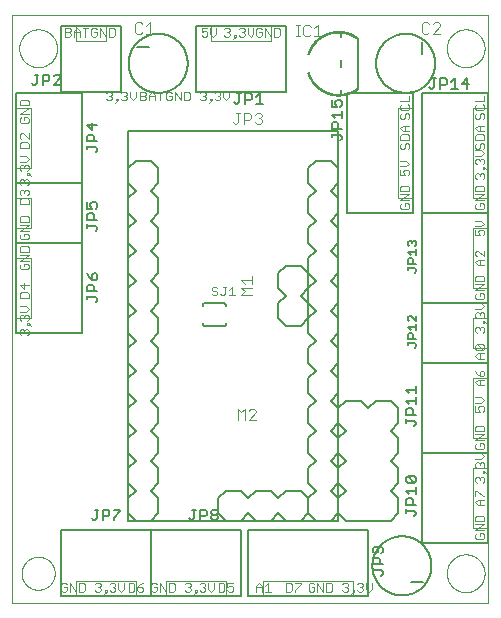
<source format=gto>
G75*
%MOIN*%
%OFA0B0*%
%FSLAX25Y25*%
%IPPOS*%
%LPD*%
%AMOC8*
5,1,8,0,0,1.08239X$1,22.5*
%
%ADD10C,0.00000*%
%ADD11C,0.00300*%
%ADD12C,0.00600*%
%ADD13C,0.00500*%
%ADD14C,0.00400*%
%ADD15C,0.00800*%
%ADD16C,0.00060*%
%ADD17C,0.00100*%
D10*
X0073845Y0002513D02*
X0073845Y0198763D01*
X0232595Y0198763D01*
X0232595Y0002513D01*
X0073845Y0002513D01*
X0077083Y0012513D02*
X0077085Y0012661D01*
X0077091Y0012809D01*
X0077101Y0012957D01*
X0077115Y0013104D01*
X0077133Y0013251D01*
X0077154Y0013397D01*
X0077180Y0013543D01*
X0077210Y0013688D01*
X0077243Y0013832D01*
X0077281Y0013975D01*
X0077322Y0014117D01*
X0077367Y0014258D01*
X0077415Y0014398D01*
X0077468Y0014537D01*
X0077524Y0014674D01*
X0077584Y0014809D01*
X0077647Y0014943D01*
X0077714Y0015075D01*
X0077785Y0015205D01*
X0077859Y0015333D01*
X0077936Y0015459D01*
X0078017Y0015583D01*
X0078101Y0015705D01*
X0078188Y0015824D01*
X0078279Y0015941D01*
X0078373Y0016056D01*
X0078469Y0016168D01*
X0078569Y0016278D01*
X0078671Y0016384D01*
X0078777Y0016488D01*
X0078885Y0016589D01*
X0078996Y0016687D01*
X0079109Y0016783D01*
X0079225Y0016875D01*
X0079343Y0016964D01*
X0079464Y0017049D01*
X0079587Y0017132D01*
X0079712Y0017211D01*
X0079839Y0017287D01*
X0079968Y0017359D01*
X0080099Y0017428D01*
X0080232Y0017493D01*
X0080367Y0017554D01*
X0080503Y0017612D01*
X0080640Y0017667D01*
X0080779Y0017717D01*
X0080920Y0017764D01*
X0081061Y0017807D01*
X0081204Y0017847D01*
X0081348Y0017882D01*
X0081492Y0017914D01*
X0081638Y0017941D01*
X0081784Y0017965D01*
X0081931Y0017985D01*
X0082078Y0018001D01*
X0082225Y0018013D01*
X0082373Y0018021D01*
X0082521Y0018025D01*
X0082669Y0018025D01*
X0082817Y0018021D01*
X0082965Y0018013D01*
X0083112Y0018001D01*
X0083259Y0017985D01*
X0083406Y0017965D01*
X0083552Y0017941D01*
X0083698Y0017914D01*
X0083842Y0017882D01*
X0083986Y0017847D01*
X0084129Y0017807D01*
X0084270Y0017764D01*
X0084411Y0017717D01*
X0084550Y0017667D01*
X0084687Y0017612D01*
X0084823Y0017554D01*
X0084958Y0017493D01*
X0085091Y0017428D01*
X0085222Y0017359D01*
X0085351Y0017287D01*
X0085478Y0017211D01*
X0085603Y0017132D01*
X0085726Y0017049D01*
X0085847Y0016964D01*
X0085965Y0016875D01*
X0086081Y0016783D01*
X0086194Y0016687D01*
X0086305Y0016589D01*
X0086413Y0016488D01*
X0086519Y0016384D01*
X0086621Y0016278D01*
X0086721Y0016168D01*
X0086817Y0016056D01*
X0086911Y0015941D01*
X0087002Y0015824D01*
X0087089Y0015705D01*
X0087173Y0015583D01*
X0087254Y0015459D01*
X0087331Y0015333D01*
X0087405Y0015205D01*
X0087476Y0015075D01*
X0087543Y0014943D01*
X0087606Y0014809D01*
X0087666Y0014674D01*
X0087722Y0014537D01*
X0087775Y0014398D01*
X0087823Y0014258D01*
X0087868Y0014117D01*
X0087909Y0013975D01*
X0087947Y0013832D01*
X0087980Y0013688D01*
X0088010Y0013543D01*
X0088036Y0013397D01*
X0088057Y0013251D01*
X0088075Y0013104D01*
X0088089Y0012957D01*
X0088099Y0012809D01*
X0088105Y0012661D01*
X0088107Y0012513D01*
X0088105Y0012365D01*
X0088099Y0012217D01*
X0088089Y0012069D01*
X0088075Y0011922D01*
X0088057Y0011775D01*
X0088036Y0011629D01*
X0088010Y0011483D01*
X0087980Y0011338D01*
X0087947Y0011194D01*
X0087909Y0011051D01*
X0087868Y0010909D01*
X0087823Y0010768D01*
X0087775Y0010628D01*
X0087722Y0010489D01*
X0087666Y0010352D01*
X0087606Y0010217D01*
X0087543Y0010083D01*
X0087476Y0009951D01*
X0087405Y0009821D01*
X0087331Y0009693D01*
X0087254Y0009567D01*
X0087173Y0009443D01*
X0087089Y0009321D01*
X0087002Y0009202D01*
X0086911Y0009085D01*
X0086817Y0008970D01*
X0086721Y0008858D01*
X0086621Y0008748D01*
X0086519Y0008642D01*
X0086413Y0008538D01*
X0086305Y0008437D01*
X0086194Y0008339D01*
X0086081Y0008243D01*
X0085965Y0008151D01*
X0085847Y0008062D01*
X0085726Y0007977D01*
X0085603Y0007894D01*
X0085478Y0007815D01*
X0085351Y0007739D01*
X0085222Y0007667D01*
X0085091Y0007598D01*
X0084958Y0007533D01*
X0084823Y0007472D01*
X0084687Y0007414D01*
X0084550Y0007359D01*
X0084411Y0007309D01*
X0084270Y0007262D01*
X0084129Y0007219D01*
X0083986Y0007179D01*
X0083842Y0007144D01*
X0083698Y0007112D01*
X0083552Y0007085D01*
X0083406Y0007061D01*
X0083259Y0007041D01*
X0083112Y0007025D01*
X0082965Y0007013D01*
X0082817Y0007005D01*
X0082669Y0007001D01*
X0082521Y0007001D01*
X0082373Y0007005D01*
X0082225Y0007013D01*
X0082078Y0007025D01*
X0081931Y0007041D01*
X0081784Y0007061D01*
X0081638Y0007085D01*
X0081492Y0007112D01*
X0081348Y0007144D01*
X0081204Y0007179D01*
X0081061Y0007219D01*
X0080920Y0007262D01*
X0080779Y0007309D01*
X0080640Y0007359D01*
X0080503Y0007414D01*
X0080367Y0007472D01*
X0080232Y0007533D01*
X0080099Y0007598D01*
X0079968Y0007667D01*
X0079839Y0007739D01*
X0079712Y0007815D01*
X0079587Y0007894D01*
X0079464Y0007977D01*
X0079343Y0008062D01*
X0079225Y0008151D01*
X0079109Y0008243D01*
X0078996Y0008339D01*
X0078885Y0008437D01*
X0078777Y0008538D01*
X0078671Y0008642D01*
X0078569Y0008748D01*
X0078469Y0008858D01*
X0078373Y0008970D01*
X0078279Y0009085D01*
X0078188Y0009202D01*
X0078101Y0009321D01*
X0078017Y0009443D01*
X0077936Y0009567D01*
X0077859Y0009693D01*
X0077785Y0009821D01*
X0077714Y0009951D01*
X0077647Y0010083D01*
X0077584Y0010217D01*
X0077524Y0010352D01*
X0077468Y0010489D01*
X0077415Y0010628D01*
X0077367Y0010768D01*
X0077322Y0010909D01*
X0077281Y0011051D01*
X0077243Y0011194D01*
X0077210Y0011338D01*
X0077180Y0011483D01*
X0077154Y0011629D01*
X0077133Y0011775D01*
X0077115Y0011922D01*
X0077101Y0012069D01*
X0077091Y0012217D01*
X0077085Y0012365D01*
X0077083Y0012513D01*
X0218796Y0012513D02*
X0218798Y0012671D01*
X0218804Y0012829D01*
X0218814Y0012987D01*
X0218828Y0013145D01*
X0218846Y0013302D01*
X0218867Y0013459D01*
X0218893Y0013615D01*
X0218923Y0013771D01*
X0218956Y0013926D01*
X0218994Y0014079D01*
X0219035Y0014232D01*
X0219080Y0014384D01*
X0219129Y0014535D01*
X0219182Y0014684D01*
X0219238Y0014832D01*
X0219298Y0014978D01*
X0219362Y0015123D01*
X0219430Y0015266D01*
X0219501Y0015408D01*
X0219575Y0015548D01*
X0219653Y0015685D01*
X0219735Y0015821D01*
X0219819Y0015955D01*
X0219908Y0016086D01*
X0219999Y0016215D01*
X0220094Y0016342D01*
X0220191Y0016467D01*
X0220292Y0016589D01*
X0220396Y0016708D01*
X0220503Y0016825D01*
X0220613Y0016939D01*
X0220726Y0017050D01*
X0220841Y0017159D01*
X0220959Y0017264D01*
X0221080Y0017366D01*
X0221203Y0017466D01*
X0221329Y0017562D01*
X0221457Y0017655D01*
X0221587Y0017745D01*
X0221720Y0017831D01*
X0221855Y0017915D01*
X0221991Y0017994D01*
X0222130Y0018071D01*
X0222271Y0018143D01*
X0222413Y0018213D01*
X0222557Y0018278D01*
X0222703Y0018340D01*
X0222850Y0018398D01*
X0222999Y0018453D01*
X0223149Y0018504D01*
X0223300Y0018551D01*
X0223452Y0018594D01*
X0223605Y0018633D01*
X0223760Y0018669D01*
X0223915Y0018700D01*
X0224071Y0018728D01*
X0224227Y0018752D01*
X0224384Y0018772D01*
X0224542Y0018788D01*
X0224699Y0018800D01*
X0224858Y0018808D01*
X0225016Y0018812D01*
X0225174Y0018812D01*
X0225332Y0018808D01*
X0225491Y0018800D01*
X0225648Y0018788D01*
X0225806Y0018772D01*
X0225963Y0018752D01*
X0226119Y0018728D01*
X0226275Y0018700D01*
X0226430Y0018669D01*
X0226585Y0018633D01*
X0226738Y0018594D01*
X0226890Y0018551D01*
X0227041Y0018504D01*
X0227191Y0018453D01*
X0227340Y0018398D01*
X0227487Y0018340D01*
X0227633Y0018278D01*
X0227777Y0018213D01*
X0227919Y0018143D01*
X0228060Y0018071D01*
X0228199Y0017994D01*
X0228335Y0017915D01*
X0228470Y0017831D01*
X0228603Y0017745D01*
X0228733Y0017655D01*
X0228861Y0017562D01*
X0228987Y0017466D01*
X0229110Y0017366D01*
X0229231Y0017264D01*
X0229349Y0017159D01*
X0229464Y0017050D01*
X0229577Y0016939D01*
X0229687Y0016825D01*
X0229794Y0016708D01*
X0229898Y0016589D01*
X0229999Y0016467D01*
X0230096Y0016342D01*
X0230191Y0016215D01*
X0230282Y0016086D01*
X0230371Y0015955D01*
X0230455Y0015821D01*
X0230537Y0015685D01*
X0230615Y0015548D01*
X0230689Y0015408D01*
X0230760Y0015266D01*
X0230828Y0015123D01*
X0230892Y0014978D01*
X0230952Y0014832D01*
X0231008Y0014684D01*
X0231061Y0014535D01*
X0231110Y0014384D01*
X0231155Y0014232D01*
X0231196Y0014079D01*
X0231234Y0013926D01*
X0231267Y0013771D01*
X0231297Y0013615D01*
X0231323Y0013459D01*
X0231344Y0013302D01*
X0231362Y0013145D01*
X0231376Y0012987D01*
X0231386Y0012829D01*
X0231392Y0012671D01*
X0231394Y0012513D01*
X0231392Y0012355D01*
X0231386Y0012197D01*
X0231376Y0012039D01*
X0231362Y0011881D01*
X0231344Y0011724D01*
X0231323Y0011567D01*
X0231297Y0011411D01*
X0231267Y0011255D01*
X0231234Y0011100D01*
X0231196Y0010947D01*
X0231155Y0010794D01*
X0231110Y0010642D01*
X0231061Y0010491D01*
X0231008Y0010342D01*
X0230952Y0010194D01*
X0230892Y0010048D01*
X0230828Y0009903D01*
X0230760Y0009760D01*
X0230689Y0009618D01*
X0230615Y0009478D01*
X0230537Y0009341D01*
X0230455Y0009205D01*
X0230371Y0009071D01*
X0230282Y0008940D01*
X0230191Y0008811D01*
X0230096Y0008684D01*
X0229999Y0008559D01*
X0229898Y0008437D01*
X0229794Y0008318D01*
X0229687Y0008201D01*
X0229577Y0008087D01*
X0229464Y0007976D01*
X0229349Y0007867D01*
X0229231Y0007762D01*
X0229110Y0007660D01*
X0228987Y0007560D01*
X0228861Y0007464D01*
X0228733Y0007371D01*
X0228603Y0007281D01*
X0228470Y0007195D01*
X0228335Y0007111D01*
X0228199Y0007032D01*
X0228060Y0006955D01*
X0227919Y0006883D01*
X0227777Y0006813D01*
X0227633Y0006748D01*
X0227487Y0006686D01*
X0227340Y0006628D01*
X0227191Y0006573D01*
X0227041Y0006522D01*
X0226890Y0006475D01*
X0226738Y0006432D01*
X0226585Y0006393D01*
X0226430Y0006357D01*
X0226275Y0006326D01*
X0226119Y0006298D01*
X0225963Y0006274D01*
X0225806Y0006254D01*
X0225648Y0006238D01*
X0225491Y0006226D01*
X0225332Y0006218D01*
X0225174Y0006214D01*
X0225016Y0006214D01*
X0224858Y0006218D01*
X0224699Y0006226D01*
X0224542Y0006238D01*
X0224384Y0006254D01*
X0224227Y0006274D01*
X0224071Y0006298D01*
X0223915Y0006326D01*
X0223760Y0006357D01*
X0223605Y0006393D01*
X0223452Y0006432D01*
X0223300Y0006475D01*
X0223149Y0006522D01*
X0222999Y0006573D01*
X0222850Y0006628D01*
X0222703Y0006686D01*
X0222557Y0006748D01*
X0222413Y0006813D01*
X0222271Y0006883D01*
X0222130Y0006955D01*
X0221991Y0007032D01*
X0221855Y0007111D01*
X0221720Y0007195D01*
X0221587Y0007281D01*
X0221457Y0007371D01*
X0221329Y0007464D01*
X0221203Y0007560D01*
X0221080Y0007660D01*
X0220959Y0007762D01*
X0220841Y0007867D01*
X0220726Y0007976D01*
X0220613Y0008087D01*
X0220503Y0008201D01*
X0220396Y0008318D01*
X0220292Y0008437D01*
X0220191Y0008559D01*
X0220094Y0008684D01*
X0219999Y0008811D01*
X0219908Y0008940D01*
X0219819Y0009071D01*
X0219735Y0009205D01*
X0219653Y0009341D01*
X0219575Y0009478D01*
X0219501Y0009618D01*
X0219430Y0009760D01*
X0219362Y0009903D01*
X0219298Y0010048D01*
X0219238Y0010194D01*
X0219182Y0010342D01*
X0219129Y0010491D01*
X0219080Y0010642D01*
X0219035Y0010794D01*
X0218994Y0010947D01*
X0218956Y0011100D01*
X0218923Y0011255D01*
X0218893Y0011411D01*
X0218867Y0011567D01*
X0218846Y0011724D01*
X0218828Y0011881D01*
X0218814Y0012039D01*
X0218804Y0012197D01*
X0218798Y0012355D01*
X0218796Y0012513D01*
X0218796Y0187513D02*
X0218798Y0187671D01*
X0218804Y0187829D01*
X0218814Y0187987D01*
X0218828Y0188145D01*
X0218846Y0188302D01*
X0218867Y0188459D01*
X0218893Y0188615D01*
X0218923Y0188771D01*
X0218956Y0188926D01*
X0218994Y0189079D01*
X0219035Y0189232D01*
X0219080Y0189384D01*
X0219129Y0189535D01*
X0219182Y0189684D01*
X0219238Y0189832D01*
X0219298Y0189978D01*
X0219362Y0190123D01*
X0219430Y0190266D01*
X0219501Y0190408D01*
X0219575Y0190548D01*
X0219653Y0190685D01*
X0219735Y0190821D01*
X0219819Y0190955D01*
X0219908Y0191086D01*
X0219999Y0191215D01*
X0220094Y0191342D01*
X0220191Y0191467D01*
X0220292Y0191589D01*
X0220396Y0191708D01*
X0220503Y0191825D01*
X0220613Y0191939D01*
X0220726Y0192050D01*
X0220841Y0192159D01*
X0220959Y0192264D01*
X0221080Y0192366D01*
X0221203Y0192466D01*
X0221329Y0192562D01*
X0221457Y0192655D01*
X0221587Y0192745D01*
X0221720Y0192831D01*
X0221855Y0192915D01*
X0221991Y0192994D01*
X0222130Y0193071D01*
X0222271Y0193143D01*
X0222413Y0193213D01*
X0222557Y0193278D01*
X0222703Y0193340D01*
X0222850Y0193398D01*
X0222999Y0193453D01*
X0223149Y0193504D01*
X0223300Y0193551D01*
X0223452Y0193594D01*
X0223605Y0193633D01*
X0223760Y0193669D01*
X0223915Y0193700D01*
X0224071Y0193728D01*
X0224227Y0193752D01*
X0224384Y0193772D01*
X0224542Y0193788D01*
X0224699Y0193800D01*
X0224858Y0193808D01*
X0225016Y0193812D01*
X0225174Y0193812D01*
X0225332Y0193808D01*
X0225491Y0193800D01*
X0225648Y0193788D01*
X0225806Y0193772D01*
X0225963Y0193752D01*
X0226119Y0193728D01*
X0226275Y0193700D01*
X0226430Y0193669D01*
X0226585Y0193633D01*
X0226738Y0193594D01*
X0226890Y0193551D01*
X0227041Y0193504D01*
X0227191Y0193453D01*
X0227340Y0193398D01*
X0227487Y0193340D01*
X0227633Y0193278D01*
X0227777Y0193213D01*
X0227919Y0193143D01*
X0228060Y0193071D01*
X0228199Y0192994D01*
X0228335Y0192915D01*
X0228470Y0192831D01*
X0228603Y0192745D01*
X0228733Y0192655D01*
X0228861Y0192562D01*
X0228987Y0192466D01*
X0229110Y0192366D01*
X0229231Y0192264D01*
X0229349Y0192159D01*
X0229464Y0192050D01*
X0229577Y0191939D01*
X0229687Y0191825D01*
X0229794Y0191708D01*
X0229898Y0191589D01*
X0229999Y0191467D01*
X0230096Y0191342D01*
X0230191Y0191215D01*
X0230282Y0191086D01*
X0230371Y0190955D01*
X0230455Y0190821D01*
X0230537Y0190685D01*
X0230615Y0190548D01*
X0230689Y0190408D01*
X0230760Y0190266D01*
X0230828Y0190123D01*
X0230892Y0189978D01*
X0230952Y0189832D01*
X0231008Y0189684D01*
X0231061Y0189535D01*
X0231110Y0189384D01*
X0231155Y0189232D01*
X0231196Y0189079D01*
X0231234Y0188926D01*
X0231267Y0188771D01*
X0231297Y0188615D01*
X0231323Y0188459D01*
X0231344Y0188302D01*
X0231362Y0188145D01*
X0231376Y0187987D01*
X0231386Y0187829D01*
X0231392Y0187671D01*
X0231394Y0187513D01*
X0231392Y0187355D01*
X0231386Y0187197D01*
X0231376Y0187039D01*
X0231362Y0186881D01*
X0231344Y0186724D01*
X0231323Y0186567D01*
X0231297Y0186411D01*
X0231267Y0186255D01*
X0231234Y0186100D01*
X0231196Y0185947D01*
X0231155Y0185794D01*
X0231110Y0185642D01*
X0231061Y0185491D01*
X0231008Y0185342D01*
X0230952Y0185194D01*
X0230892Y0185048D01*
X0230828Y0184903D01*
X0230760Y0184760D01*
X0230689Y0184618D01*
X0230615Y0184478D01*
X0230537Y0184341D01*
X0230455Y0184205D01*
X0230371Y0184071D01*
X0230282Y0183940D01*
X0230191Y0183811D01*
X0230096Y0183684D01*
X0229999Y0183559D01*
X0229898Y0183437D01*
X0229794Y0183318D01*
X0229687Y0183201D01*
X0229577Y0183087D01*
X0229464Y0182976D01*
X0229349Y0182867D01*
X0229231Y0182762D01*
X0229110Y0182660D01*
X0228987Y0182560D01*
X0228861Y0182464D01*
X0228733Y0182371D01*
X0228603Y0182281D01*
X0228470Y0182195D01*
X0228335Y0182111D01*
X0228199Y0182032D01*
X0228060Y0181955D01*
X0227919Y0181883D01*
X0227777Y0181813D01*
X0227633Y0181748D01*
X0227487Y0181686D01*
X0227340Y0181628D01*
X0227191Y0181573D01*
X0227041Y0181522D01*
X0226890Y0181475D01*
X0226738Y0181432D01*
X0226585Y0181393D01*
X0226430Y0181357D01*
X0226275Y0181326D01*
X0226119Y0181298D01*
X0225963Y0181274D01*
X0225806Y0181254D01*
X0225648Y0181238D01*
X0225491Y0181226D01*
X0225332Y0181218D01*
X0225174Y0181214D01*
X0225016Y0181214D01*
X0224858Y0181218D01*
X0224699Y0181226D01*
X0224542Y0181238D01*
X0224384Y0181254D01*
X0224227Y0181274D01*
X0224071Y0181298D01*
X0223915Y0181326D01*
X0223760Y0181357D01*
X0223605Y0181393D01*
X0223452Y0181432D01*
X0223300Y0181475D01*
X0223149Y0181522D01*
X0222999Y0181573D01*
X0222850Y0181628D01*
X0222703Y0181686D01*
X0222557Y0181748D01*
X0222413Y0181813D01*
X0222271Y0181883D01*
X0222130Y0181955D01*
X0221991Y0182032D01*
X0221855Y0182111D01*
X0221720Y0182195D01*
X0221587Y0182281D01*
X0221457Y0182371D01*
X0221329Y0182464D01*
X0221203Y0182560D01*
X0221080Y0182660D01*
X0220959Y0182762D01*
X0220841Y0182867D01*
X0220726Y0182976D01*
X0220613Y0183087D01*
X0220503Y0183201D01*
X0220396Y0183318D01*
X0220292Y0183437D01*
X0220191Y0183559D01*
X0220094Y0183684D01*
X0219999Y0183811D01*
X0219908Y0183940D01*
X0219819Y0184071D01*
X0219735Y0184205D01*
X0219653Y0184341D01*
X0219575Y0184478D01*
X0219501Y0184618D01*
X0219430Y0184760D01*
X0219362Y0184903D01*
X0219298Y0185048D01*
X0219238Y0185194D01*
X0219182Y0185342D01*
X0219129Y0185491D01*
X0219080Y0185642D01*
X0219035Y0185794D01*
X0218994Y0185947D01*
X0218956Y0186100D01*
X0218923Y0186255D01*
X0218893Y0186411D01*
X0218867Y0186567D01*
X0218846Y0186724D01*
X0218828Y0186881D01*
X0218814Y0187039D01*
X0218804Y0187197D01*
X0218798Y0187355D01*
X0218796Y0187513D01*
X0076296Y0187513D02*
X0076298Y0187671D01*
X0076304Y0187829D01*
X0076314Y0187987D01*
X0076328Y0188145D01*
X0076346Y0188302D01*
X0076367Y0188459D01*
X0076393Y0188615D01*
X0076423Y0188771D01*
X0076456Y0188926D01*
X0076494Y0189079D01*
X0076535Y0189232D01*
X0076580Y0189384D01*
X0076629Y0189535D01*
X0076682Y0189684D01*
X0076738Y0189832D01*
X0076798Y0189978D01*
X0076862Y0190123D01*
X0076930Y0190266D01*
X0077001Y0190408D01*
X0077075Y0190548D01*
X0077153Y0190685D01*
X0077235Y0190821D01*
X0077319Y0190955D01*
X0077408Y0191086D01*
X0077499Y0191215D01*
X0077594Y0191342D01*
X0077691Y0191467D01*
X0077792Y0191589D01*
X0077896Y0191708D01*
X0078003Y0191825D01*
X0078113Y0191939D01*
X0078226Y0192050D01*
X0078341Y0192159D01*
X0078459Y0192264D01*
X0078580Y0192366D01*
X0078703Y0192466D01*
X0078829Y0192562D01*
X0078957Y0192655D01*
X0079087Y0192745D01*
X0079220Y0192831D01*
X0079355Y0192915D01*
X0079491Y0192994D01*
X0079630Y0193071D01*
X0079771Y0193143D01*
X0079913Y0193213D01*
X0080057Y0193278D01*
X0080203Y0193340D01*
X0080350Y0193398D01*
X0080499Y0193453D01*
X0080649Y0193504D01*
X0080800Y0193551D01*
X0080952Y0193594D01*
X0081105Y0193633D01*
X0081260Y0193669D01*
X0081415Y0193700D01*
X0081571Y0193728D01*
X0081727Y0193752D01*
X0081884Y0193772D01*
X0082042Y0193788D01*
X0082199Y0193800D01*
X0082358Y0193808D01*
X0082516Y0193812D01*
X0082674Y0193812D01*
X0082832Y0193808D01*
X0082991Y0193800D01*
X0083148Y0193788D01*
X0083306Y0193772D01*
X0083463Y0193752D01*
X0083619Y0193728D01*
X0083775Y0193700D01*
X0083930Y0193669D01*
X0084085Y0193633D01*
X0084238Y0193594D01*
X0084390Y0193551D01*
X0084541Y0193504D01*
X0084691Y0193453D01*
X0084840Y0193398D01*
X0084987Y0193340D01*
X0085133Y0193278D01*
X0085277Y0193213D01*
X0085419Y0193143D01*
X0085560Y0193071D01*
X0085699Y0192994D01*
X0085835Y0192915D01*
X0085970Y0192831D01*
X0086103Y0192745D01*
X0086233Y0192655D01*
X0086361Y0192562D01*
X0086487Y0192466D01*
X0086610Y0192366D01*
X0086731Y0192264D01*
X0086849Y0192159D01*
X0086964Y0192050D01*
X0087077Y0191939D01*
X0087187Y0191825D01*
X0087294Y0191708D01*
X0087398Y0191589D01*
X0087499Y0191467D01*
X0087596Y0191342D01*
X0087691Y0191215D01*
X0087782Y0191086D01*
X0087871Y0190955D01*
X0087955Y0190821D01*
X0088037Y0190685D01*
X0088115Y0190548D01*
X0088189Y0190408D01*
X0088260Y0190266D01*
X0088328Y0190123D01*
X0088392Y0189978D01*
X0088452Y0189832D01*
X0088508Y0189684D01*
X0088561Y0189535D01*
X0088610Y0189384D01*
X0088655Y0189232D01*
X0088696Y0189079D01*
X0088734Y0188926D01*
X0088767Y0188771D01*
X0088797Y0188615D01*
X0088823Y0188459D01*
X0088844Y0188302D01*
X0088862Y0188145D01*
X0088876Y0187987D01*
X0088886Y0187829D01*
X0088892Y0187671D01*
X0088894Y0187513D01*
X0088892Y0187355D01*
X0088886Y0187197D01*
X0088876Y0187039D01*
X0088862Y0186881D01*
X0088844Y0186724D01*
X0088823Y0186567D01*
X0088797Y0186411D01*
X0088767Y0186255D01*
X0088734Y0186100D01*
X0088696Y0185947D01*
X0088655Y0185794D01*
X0088610Y0185642D01*
X0088561Y0185491D01*
X0088508Y0185342D01*
X0088452Y0185194D01*
X0088392Y0185048D01*
X0088328Y0184903D01*
X0088260Y0184760D01*
X0088189Y0184618D01*
X0088115Y0184478D01*
X0088037Y0184341D01*
X0087955Y0184205D01*
X0087871Y0184071D01*
X0087782Y0183940D01*
X0087691Y0183811D01*
X0087596Y0183684D01*
X0087499Y0183559D01*
X0087398Y0183437D01*
X0087294Y0183318D01*
X0087187Y0183201D01*
X0087077Y0183087D01*
X0086964Y0182976D01*
X0086849Y0182867D01*
X0086731Y0182762D01*
X0086610Y0182660D01*
X0086487Y0182560D01*
X0086361Y0182464D01*
X0086233Y0182371D01*
X0086103Y0182281D01*
X0085970Y0182195D01*
X0085835Y0182111D01*
X0085699Y0182032D01*
X0085560Y0181955D01*
X0085419Y0181883D01*
X0085277Y0181813D01*
X0085133Y0181748D01*
X0084987Y0181686D01*
X0084840Y0181628D01*
X0084691Y0181573D01*
X0084541Y0181522D01*
X0084390Y0181475D01*
X0084238Y0181432D01*
X0084085Y0181393D01*
X0083930Y0181357D01*
X0083775Y0181326D01*
X0083619Y0181298D01*
X0083463Y0181274D01*
X0083306Y0181254D01*
X0083148Y0181238D01*
X0082991Y0181226D01*
X0082832Y0181218D01*
X0082674Y0181214D01*
X0082516Y0181214D01*
X0082358Y0181218D01*
X0082199Y0181226D01*
X0082042Y0181238D01*
X0081884Y0181254D01*
X0081727Y0181274D01*
X0081571Y0181298D01*
X0081415Y0181326D01*
X0081260Y0181357D01*
X0081105Y0181393D01*
X0080952Y0181432D01*
X0080800Y0181475D01*
X0080649Y0181522D01*
X0080499Y0181573D01*
X0080350Y0181628D01*
X0080203Y0181686D01*
X0080057Y0181748D01*
X0079913Y0181813D01*
X0079771Y0181883D01*
X0079630Y0181955D01*
X0079491Y0182032D01*
X0079355Y0182111D01*
X0079220Y0182195D01*
X0079087Y0182281D01*
X0078957Y0182371D01*
X0078829Y0182464D01*
X0078703Y0182560D01*
X0078580Y0182660D01*
X0078459Y0182762D01*
X0078341Y0182867D01*
X0078226Y0182976D01*
X0078113Y0183087D01*
X0078003Y0183201D01*
X0077896Y0183318D01*
X0077792Y0183437D01*
X0077691Y0183559D01*
X0077594Y0183684D01*
X0077499Y0183811D01*
X0077408Y0183940D01*
X0077319Y0184071D01*
X0077235Y0184205D01*
X0077153Y0184341D01*
X0077075Y0184478D01*
X0077001Y0184618D01*
X0076930Y0184760D01*
X0076862Y0184903D01*
X0076798Y0185048D01*
X0076738Y0185194D01*
X0076682Y0185342D01*
X0076629Y0185491D01*
X0076580Y0185642D01*
X0076535Y0185794D01*
X0076494Y0185947D01*
X0076456Y0186100D01*
X0076423Y0186255D01*
X0076393Y0186411D01*
X0076367Y0186567D01*
X0076346Y0186724D01*
X0076328Y0186881D01*
X0076314Y0187039D01*
X0076304Y0187197D01*
X0076298Y0187355D01*
X0076296Y0187513D01*
D11*
X0091495Y0191413D02*
X0092946Y0191413D01*
X0093430Y0191896D01*
X0093430Y0192380D01*
X0092946Y0192864D01*
X0091495Y0192864D01*
X0091495Y0191413D02*
X0091495Y0194315D01*
X0092946Y0194315D01*
X0093430Y0193831D01*
X0093430Y0193348D01*
X0092946Y0192864D01*
X0094442Y0192864D02*
X0096377Y0192864D01*
X0096377Y0193348D02*
X0096377Y0191413D01*
X0096377Y0193348D02*
X0095409Y0194315D01*
X0094442Y0193348D01*
X0094442Y0191413D01*
X0097388Y0194315D02*
X0099323Y0194315D01*
X0098356Y0194315D02*
X0098356Y0191413D01*
X0100245Y0191896D02*
X0100729Y0191413D01*
X0101696Y0191413D01*
X0102180Y0191896D01*
X0102180Y0192864D01*
X0101213Y0192864D01*
X0102180Y0193831D02*
X0101696Y0194315D01*
X0100729Y0194315D01*
X0100245Y0193831D01*
X0100245Y0191896D01*
X0103192Y0191413D02*
X0103192Y0194315D01*
X0105127Y0191413D01*
X0105127Y0194315D01*
X0106138Y0194315D02*
X0106138Y0191413D01*
X0107589Y0191413D01*
X0108073Y0191896D01*
X0108073Y0193831D01*
X0107589Y0194315D01*
X0106138Y0194315D01*
X0114870Y0195499D02*
X0114870Y0193030D01*
X0115487Y0192413D01*
X0116722Y0192413D01*
X0117339Y0193030D01*
X0118553Y0192413D02*
X0121022Y0192413D01*
X0119788Y0192413D02*
X0119788Y0196116D01*
X0118553Y0194882D01*
X0117339Y0195499D02*
X0116722Y0196116D01*
X0115487Y0196116D01*
X0114870Y0195499D01*
X0137045Y0194315D02*
X0137045Y0192864D01*
X0138013Y0193348D01*
X0138496Y0193348D01*
X0138980Y0192864D01*
X0138980Y0191896D01*
X0138496Y0191413D01*
X0137529Y0191413D01*
X0137045Y0191896D01*
X0137045Y0194315D02*
X0138980Y0194315D01*
X0139992Y0194315D02*
X0139992Y0192380D01*
X0140959Y0191413D01*
X0141927Y0192380D01*
X0141927Y0194315D01*
X0144545Y0193831D02*
X0145029Y0194315D01*
X0145996Y0194315D01*
X0146480Y0193831D01*
X0146480Y0193348D01*
X0145996Y0192864D01*
X0146480Y0192380D01*
X0146480Y0191896D01*
X0145996Y0191413D01*
X0145029Y0191413D01*
X0144545Y0191896D01*
X0145513Y0192864D02*
X0145996Y0192864D01*
X0147975Y0191896D02*
X0147975Y0191413D01*
X0148459Y0191413D01*
X0148459Y0191896D01*
X0147975Y0191896D01*
X0148459Y0191413D02*
X0147492Y0190445D01*
X0149456Y0191896D02*
X0149940Y0191413D01*
X0150907Y0191413D01*
X0151391Y0191896D01*
X0151391Y0192380D01*
X0150907Y0192864D01*
X0150423Y0192864D01*
X0150907Y0192864D02*
X0151391Y0193348D01*
X0151391Y0193831D01*
X0150907Y0194315D01*
X0149940Y0194315D01*
X0149456Y0193831D01*
X0152403Y0194315D02*
X0152403Y0192380D01*
X0153370Y0191413D01*
X0154338Y0192380D01*
X0154338Y0194315D01*
X0155245Y0193831D02*
X0155245Y0191896D01*
X0155729Y0191413D01*
X0156696Y0191413D01*
X0157180Y0191896D01*
X0157180Y0192864D01*
X0156213Y0192864D01*
X0157180Y0193831D02*
X0156696Y0194315D01*
X0155729Y0194315D01*
X0155245Y0193831D01*
X0158192Y0194315D02*
X0158192Y0191413D01*
X0160127Y0191413D02*
X0158192Y0194315D01*
X0160127Y0194315D02*
X0160127Y0191413D01*
X0161138Y0191413D02*
X0162589Y0191413D01*
X0163073Y0191896D01*
X0163073Y0193831D01*
X0162589Y0194315D01*
X0161138Y0194315D01*
X0161138Y0191413D01*
X0146288Y0173065D02*
X0146288Y0171130D01*
X0145320Y0170163D01*
X0144353Y0171130D01*
X0144353Y0173065D01*
X0143341Y0172581D02*
X0143341Y0172098D01*
X0142857Y0171614D01*
X0143341Y0171130D01*
X0143341Y0170646D01*
X0142857Y0170163D01*
X0141890Y0170163D01*
X0141406Y0170646D01*
X0140409Y0170646D02*
X0139925Y0170646D01*
X0139925Y0170163D01*
X0140409Y0170163D01*
X0140409Y0170646D01*
X0140409Y0170163D02*
X0139442Y0169195D01*
X0138430Y0170646D02*
X0137946Y0170163D01*
X0136979Y0170163D01*
X0136495Y0170646D01*
X0137463Y0171614D02*
X0137946Y0171614D01*
X0138430Y0171130D01*
X0138430Y0170646D01*
X0137946Y0171614D02*
X0138430Y0172098D01*
X0138430Y0172581D01*
X0137946Y0173065D01*
X0136979Y0173065D01*
X0136495Y0172581D01*
X0133073Y0172581D02*
X0133073Y0170646D01*
X0132589Y0170163D01*
X0131138Y0170163D01*
X0131138Y0173065D01*
X0132589Y0173065D01*
X0133073Y0172581D01*
X0130127Y0173065D02*
X0130127Y0170163D01*
X0128192Y0173065D01*
X0128192Y0170163D01*
X0127180Y0170646D02*
X0127180Y0171614D01*
X0126213Y0171614D01*
X0127180Y0172581D02*
X0126696Y0173065D01*
X0125729Y0173065D01*
X0125245Y0172581D01*
X0125245Y0170646D01*
X0125729Y0170163D01*
X0126696Y0170163D01*
X0127180Y0170646D01*
X0124323Y0173065D02*
X0122388Y0173065D01*
X0123356Y0173065D02*
X0123356Y0170163D01*
X0121377Y0170163D02*
X0121377Y0172098D01*
X0120409Y0173065D01*
X0119442Y0172098D01*
X0119442Y0170163D01*
X0118430Y0170646D02*
X0118430Y0171130D01*
X0117946Y0171614D01*
X0116495Y0171614D01*
X0116495Y0173065D02*
X0117946Y0173065D01*
X0118430Y0172581D01*
X0118430Y0172098D01*
X0117946Y0171614D01*
X0118430Y0170646D02*
X0117946Y0170163D01*
X0116495Y0170163D01*
X0116495Y0173065D01*
X0115037Y0173065D02*
X0115037Y0171130D01*
X0114070Y0170163D01*
X0113103Y0171130D01*
X0113103Y0173065D01*
X0112091Y0172581D02*
X0112091Y0172098D01*
X0111607Y0171614D01*
X0112091Y0171130D01*
X0112091Y0170646D01*
X0111607Y0170163D01*
X0110640Y0170163D01*
X0110156Y0170646D01*
X0109159Y0170646D02*
X0108675Y0170646D01*
X0108675Y0170163D01*
X0109159Y0170163D01*
X0109159Y0170646D01*
X0109159Y0170163D02*
X0108192Y0169195D01*
X0107180Y0170646D02*
X0106696Y0170163D01*
X0105729Y0170163D01*
X0105245Y0170646D01*
X0106213Y0171614D02*
X0106696Y0171614D01*
X0107180Y0171130D01*
X0107180Y0170646D01*
X0106696Y0171614D02*
X0107180Y0172098D01*
X0107180Y0172581D01*
X0106696Y0173065D01*
X0105729Y0173065D01*
X0105245Y0172581D01*
X0110156Y0172581D02*
X0110640Y0173065D01*
X0111607Y0173065D01*
X0112091Y0172581D01*
X0111607Y0171614D02*
X0111123Y0171614D01*
X0119442Y0171614D02*
X0121377Y0171614D01*
X0141406Y0172581D02*
X0141890Y0173065D01*
X0142857Y0173065D01*
X0143341Y0172581D01*
X0142857Y0171614D02*
X0142373Y0171614D01*
X0203293Y0169806D02*
X0206195Y0169806D01*
X0206195Y0171741D01*
X0205711Y0168794D02*
X0206195Y0168311D01*
X0206195Y0167343D01*
X0205711Y0166859D01*
X0203776Y0166859D01*
X0203293Y0167343D01*
X0203293Y0168311D01*
X0203776Y0168794D01*
X0203776Y0165848D02*
X0203293Y0165364D01*
X0203293Y0164396D01*
X0203776Y0163913D01*
X0204260Y0163913D01*
X0204744Y0164396D01*
X0204744Y0165364D01*
X0205228Y0165848D01*
X0205711Y0165848D01*
X0206195Y0165364D01*
X0206195Y0164396D01*
X0205711Y0163913D01*
X0206195Y0161741D02*
X0204260Y0161741D01*
X0203293Y0160773D01*
X0204260Y0159806D01*
X0206195Y0159806D01*
X0205711Y0158794D02*
X0203776Y0158794D01*
X0203293Y0158311D01*
X0203293Y0156859D01*
X0206195Y0156859D01*
X0206195Y0158311D01*
X0205711Y0158794D01*
X0204744Y0159806D02*
X0204744Y0161741D01*
X0205228Y0155848D02*
X0205711Y0155848D01*
X0206195Y0155364D01*
X0206195Y0154396D01*
X0205711Y0153913D01*
X0204744Y0154396D02*
X0204744Y0155364D01*
X0205228Y0155848D01*
X0203776Y0155848D02*
X0203293Y0155364D01*
X0203293Y0154396D01*
X0203776Y0153913D01*
X0204260Y0153913D01*
X0204744Y0154396D01*
X0205228Y0150044D02*
X0203293Y0150044D01*
X0205228Y0150044D02*
X0206195Y0149077D01*
X0205228Y0148109D01*
X0203293Y0148109D01*
X0203293Y0147098D02*
X0203293Y0145163D01*
X0204744Y0145163D01*
X0204260Y0146130D01*
X0204260Y0146614D01*
X0204744Y0147098D01*
X0205711Y0147098D01*
X0206195Y0146614D01*
X0206195Y0145646D01*
X0205711Y0145163D01*
X0205711Y0141741D02*
X0203776Y0141741D01*
X0203293Y0141257D01*
X0203293Y0139806D01*
X0206195Y0139806D01*
X0206195Y0141257D01*
X0205711Y0141741D01*
X0206195Y0138794D02*
X0203293Y0138794D01*
X0203293Y0136859D02*
X0206195Y0138794D01*
X0206195Y0136859D02*
X0203293Y0136859D01*
X0203776Y0135848D02*
X0203293Y0135364D01*
X0203293Y0134396D01*
X0203776Y0133913D01*
X0205711Y0133913D01*
X0206195Y0134396D01*
X0206195Y0135364D01*
X0205711Y0135848D01*
X0204744Y0135848D01*
X0204744Y0134880D01*
X0228293Y0134396D02*
X0228776Y0133913D01*
X0230711Y0133913D01*
X0231195Y0134396D01*
X0231195Y0135364D01*
X0230711Y0135848D01*
X0229744Y0135848D01*
X0229744Y0134880D01*
X0228776Y0135848D02*
X0228293Y0135364D01*
X0228293Y0134396D01*
X0228293Y0136859D02*
X0231195Y0138794D01*
X0228293Y0138794D01*
X0228293Y0139806D02*
X0228293Y0141257D01*
X0228776Y0141741D01*
X0230711Y0141741D01*
X0231195Y0141257D01*
X0231195Y0139806D01*
X0228293Y0139806D01*
X0228293Y0136859D02*
X0231195Y0136859D01*
X0230228Y0130044D02*
X0228293Y0130044D01*
X0230228Y0130044D02*
X0231195Y0129077D01*
X0230228Y0128109D01*
X0228293Y0128109D01*
X0228293Y0127098D02*
X0228293Y0125163D01*
X0229744Y0125163D01*
X0229260Y0126130D01*
X0229260Y0126614D01*
X0229744Y0127098D01*
X0230711Y0127098D01*
X0231195Y0126614D01*
X0231195Y0125646D01*
X0230711Y0125163D01*
X0231195Y0120044D02*
X0231195Y0118109D01*
X0229260Y0120044D01*
X0228776Y0120044D01*
X0228293Y0119561D01*
X0228293Y0118593D01*
X0228776Y0118109D01*
X0229260Y0117098D02*
X0231195Y0117098D01*
X0229744Y0117098D02*
X0229744Y0115163D01*
X0229260Y0115163D02*
X0228293Y0116130D01*
X0229260Y0117098D01*
X0229260Y0115163D02*
X0231195Y0115163D01*
X0230711Y0111741D02*
X0228776Y0111741D01*
X0228293Y0111257D01*
X0228293Y0109806D01*
X0231195Y0109806D01*
X0231195Y0111257D01*
X0230711Y0111741D01*
X0231195Y0108794D02*
X0228293Y0108794D01*
X0228293Y0106859D02*
X0231195Y0108794D01*
X0231195Y0106859D02*
X0228293Y0106859D01*
X0228776Y0105848D02*
X0228293Y0105364D01*
X0228293Y0104396D01*
X0228776Y0103913D01*
X0230711Y0103913D01*
X0231195Y0104396D01*
X0231195Y0105364D01*
X0230711Y0105848D01*
X0229744Y0105848D01*
X0229744Y0104880D01*
X0230228Y0102455D02*
X0228293Y0102455D01*
X0230228Y0102455D02*
X0231195Y0101488D01*
X0230228Y0100520D01*
X0228293Y0100520D01*
X0228776Y0099509D02*
X0229260Y0099509D01*
X0229744Y0099025D01*
X0230228Y0099509D01*
X0230711Y0099509D01*
X0231195Y0099025D01*
X0231195Y0098057D01*
X0230711Y0097574D01*
X0230711Y0096577D02*
X0230711Y0096093D01*
X0231195Y0096093D01*
X0231195Y0096577D01*
X0230711Y0096577D01*
X0231195Y0096577D02*
X0232163Y0095609D01*
X0230711Y0094598D02*
X0231195Y0094114D01*
X0231195Y0093146D01*
X0230711Y0092663D01*
X0229744Y0093630D02*
X0229744Y0094114D01*
X0230228Y0094598D01*
X0230711Y0094598D01*
X0229744Y0094114D02*
X0229260Y0094598D01*
X0228776Y0094598D01*
X0228293Y0094114D01*
X0228293Y0093146D01*
X0228776Y0092663D01*
X0228776Y0088794D02*
X0230711Y0086859D01*
X0231195Y0087343D01*
X0231195Y0088311D01*
X0230711Y0088794D01*
X0228776Y0088794D01*
X0228293Y0088311D01*
X0228293Y0087343D01*
X0228776Y0086859D01*
X0230711Y0086859D01*
X0231195Y0085848D02*
X0229260Y0085848D01*
X0228293Y0084880D01*
X0229260Y0083913D01*
X0231195Y0083913D01*
X0229744Y0083913D02*
X0229744Y0085848D01*
X0230228Y0080044D02*
X0229744Y0079561D01*
X0229744Y0078109D01*
X0230711Y0078109D01*
X0231195Y0078593D01*
X0231195Y0079561D01*
X0230711Y0080044D01*
X0230228Y0080044D01*
X0228776Y0079077D02*
X0229744Y0078109D01*
X0229744Y0077098D02*
X0229744Y0075163D01*
X0229260Y0075163D02*
X0228293Y0076130D01*
X0229260Y0077098D01*
X0231195Y0077098D01*
X0231195Y0075163D02*
X0229260Y0075163D01*
X0230228Y0071294D02*
X0228293Y0071294D01*
X0230228Y0071294D02*
X0231195Y0070327D01*
X0230228Y0069359D01*
X0228293Y0069359D01*
X0228293Y0068348D02*
X0228293Y0066413D01*
X0229744Y0066413D01*
X0229260Y0067380D01*
X0229260Y0067864D01*
X0229744Y0068348D01*
X0230711Y0068348D01*
X0231195Y0067864D01*
X0231195Y0066896D01*
X0230711Y0066413D01*
X0230711Y0061741D02*
X0228776Y0061741D01*
X0228293Y0061257D01*
X0228293Y0059806D01*
X0231195Y0059806D01*
X0231195Y0061257D01*
X0230711Y0061741D01*
X0231195Y0058794D02*
X0228293Y0058794D01*
X0228293Y0056859D02*
X0231195Y0058794D01*
X0231195Y0056859D02*
X0228293Y0056859D01*
X0228776Y0055848D02*
X0228293Y0055364D01*
X0228293Y0054396D01*
X0228776Y0053913D01*
X0230711Y0053913D01*
X0231195Y0054396D01*
X0231195Y0055364D01*
X0230711Y0055848D01*
X0229744Y0055848D01*
X0229744Y0054880D01*
X0230228Y0052455D02*
X0228293Y0052455D01*
X0230228Y0052455D02*
X0231195Y0051488D01*
X0230228Y0050520D01*
X0228293Y0050520D01*
X0228776Y0049509D02*
X0229260Y0049509D01*
X0229744Y0049025D01*
X0230228Y0049509D01*
X0230711Y0049509D01*
X0231195Y0049025D01*
X0231195Y0048057D01*
X0230711Y0047574D01*
X0230711Y0046577D02*
X0230711Y0046093D01*
X0231195Y0046093D01*
X0231195Y0046577D01*
X0230711Y0046577D01*
X0231195Y0046577D02*
X0232163Y0045609D01*
X0230711Y0044598D02*
X0231195Y0044114D01*
X0231195Y0043146D01*
X0230711Y0042663D01*
X0229744Y0043630D02*
X0229744Y0044114D01*
X0230228Y0044598D01*
X0230711Y0044598D01*
X0229744Y0044114D02*
X0229260Y0044598D01*
X0228776Y0044598D01*
X0228293Y0044114D01*
X0228293Y0043146D01*
X0228776Y0042663D01*
X0228776Y0040044D02*
X0230711Y0038109D01*
X0231195Y0038109D01*
X0231195Y0037098D02*
X0229260Y0037098D01*
X0228293Y0036130D01*
X0229260Y0035163D01*
X0231195Y0035163D01*
X0229744Y0035163D02*
X0229744Y0037098D01*
X0228293Y0038109D02*
X0228293Y0040044D01*
X0228776Y0040044D01*
X0228776Y0047574D02*
X0228293Y0048057D01*
X0228293Y0049025D01*
X0228776Y0049509D01*
X0229744Y0049025D02*
X0229744Y0048541D01*
X0228776Y0031741D02*
X0228293Y0031257D01*
X0228293Y0029806D01*
X0231195Y0029806D01*
X0231195Y0031257D01*
X0230711Y0031741D01*
X0228776Y0031741D01*
X0228293Y0028794D02*
X0231195Y0028794D01*
X0228293Y0026859D01*
X0231195Y0026859D01*
X0230711Y0025848D02*
X0231195Y0025364D01*
X0231195Y0024396D01*
X0230711Y0023913D01*
X0228776Y0023913D01*
X0228293Y0024396D01*
X0228293Y0025364D01*
X0228776Y0025848D01*
X0229744Y0025848D02*
X0229744Y0024880D01*
X0229744Y0025848D02*
X0230711Y0025848D01*
X0193787Y0009315D02*
X0193787Y0007380D01*
X0192820Y0006413D01*
X0191853Y0007380D01*
X0191853Y0009315D01*
X0190841Y0008831D02*
X0190841Y0008348D01*
X0190357Y0007864D01*
X0190841Y0007380D01*
X0190841Y0006896D01*
X0190357Y0006413D01*
X0189390Y0006413D01*
X0188906Y0006896D01*
X0187909Y0006896D02*
X0187425Y0006896D01*
X0187425Y0006413D01*
X0187909Y0006413D01*
X0187909Y0006896D01*
X0187909Y0006413D02*
X0186942Y0005445D01*
X0185930Y0006896D02*
X0185446Y0006413D01*
X0184479Y0006413D01*
X0183995Y0006896D01*
X0184963Y0007864D02*
X0185446Y0007864D01*
X0185930Y0007380D01*
X0185930Y0006896D01*
X0185446Y0007864D02*
X0185930Y0008348D01*
X0185930Y0008831D01*
X0185446Y0009315D01*
X0184479Y0009315D01*
X0183995Y0008831D01*
X0180573Y0008831D02*
X0180573Y0006896D01*
X0180089Y0006413D01*
X0178638Y0006413D01*
X0178638Y0009315D01*
X0180089Y0009315D01*
X0180573Y0008831D01*
X0177627Y0009315D02*
X0177627Y0006413D01*
X0175692Y0009315D01*
X0175692Y0006413D01*
X0174680Y0006896D02*
X0174680Y0007864D01*
X0173713Y0007864D01*
X0174680Y0008831D02*
X0174196Y0009315D01*
X0173229Y0009315D01*
X0172745Y0008831D01*
X0172745Y0006896D01*
X0173229Y0006413D01*
X0174196Y0006413D01*
X0174680Y0006896D01*
X0170127Y0008831D02*
X0168192Y0006896D01*
X0168192Y0006413D01*
X0167180Y0006896D02*
X0167180Y0008831D01*
X0166696Y0009315D01*
X0165245Y0009315D01*
X0165245Y0006413D01*
X0166696Y0006413D01*
X0167180Y0006896D01*
X0168192Y0009315D02*
X0170127Y0009315D01*
X0170127Y0008831D01*
X0160127Y0006413D02*
X0158192Y0006413D01*
X0159159Y0006413D02*
X0159159Y0009315D01*
X0158192Y0008348D01*
X0157180Y0008348D02*
X0157180Y0006413D01*
X0157180Y0007864D02*
X0155245Y0007864D01*
X0155245Y0008348D02*
X0156213Y0009315D01*
X0157180Y0008348D01*
X0155245Y0008348D02*
X0155245Y0006413D01*
X0147627Y0006896D02*
X0147143Y0006413D01*
X0146175Y0006413D01*
X0145692Y0006896D01*
X0145692Y0007864D02*
X0146659Y0008348D01*
X0147143Y0008348D01*
X0147627Y0007864D01*
X0147627Y0006896D01*
X0145692Y0007864D02*
X0145692Y0009315D01*
X0147627Y0009315D01*
X0144680Y0008831D02*
X0144680Y0006896D01*
X0144196Y0006413D01*
X0142745Y0006413D01*
X0142745Y0009315D01*
X0144196Y0009315D01*
X0144680Y0008831D01*
X0141288Y0009315D02*
X0141288Y0007380D01*
X0140320Y0006413D01*
X0139353Y0007380D01*
X0139353Y0009315D01*
X0138341Y0008831D02*
X0138341Y0008348D01*
X0137857Y0007864D01*
X0138341Y0007380D01*
X0138341Y0006896D01*
X0137857Y0006413D01*
X0136890Y0006413D01*
X0136406Y0006896D01*
X0135409Y0006896D02*
X0134925Y0006896D01*
X0134925Y0006413D01*
X0135409Y0006413D01*
X0135409Y0006896D01*
X0135409Y0006413D02*
X0134442Y0005445D01*
X0133430Y0006896D02*
X0132946Y0006413D01*
X0131979Y0006413D01*
X0131495Y0006896D01*
X0132463Y0007864D02*
X0132946Y0007864D01*
X0133430Y0007380D01*
X0133430Y0006896D01*
X0132946Y0007864D02*
X0133430Y0008348D01*
X0133430Y0008831D01*
X0132946Y0009315D01*
X0131979Y0009315D01*
X0131495Y0008831D01*
X0128073Y0008831D02*
X0128073Y0006896D01*
X0127589Y0006413D01*
X0126138Y0006413D01*
X0126138Y0009315D01*
X0127589Y0009315D01*
X0128073Y0008831D01*
X0125127Y0009315D02*
X0125127Y0006413D01*
X0123192Y0009315D01*
X0123192Y0006413D01*
X0122180Y0006896D02*
X0122180Y0007864D01*
X0121213Y0007864D01*
X0122180Y0008831D02*
X0121696Y0009315D01*
X0120729Y0009315D01*
X0120245Y0008831D01*
X0120245Y0006896D01*
X0120729Y0006413D01*
X0121696Y0006413D01*
X0122180Y0006896D01*
X0117627Y0006896D02*
X0117627Y0007380D01*
X0117143Y0007864D01*
X0115692Y0007864D01*
X0115692Y0006896D01*
X0116175Y0006413D01*
X0117143Y0006413D01*
X0117627Y0006896D01*
X0116659Y0008831D02*
X0115692Y0007864D01*
X0116659Y0008831D02*
X0117627Y0009315D01*
X0114680Y0008831D02*
X0114680Y0006896D01*
X0114196Y0006413D01*
X0112745Y0006413D01*
X0112745Y0009315D01*
X0114196Y0009315D01*
X0114680Y0008831D01*
X0111287Y0009315D02*
X0111287Y0007380D01*
X0110320Y0006413D01*
X0109353Y0007380D01*
X0109353Y0009315D01*
X0108341Y0008831D02*
X0108341Y0008348D01*
X0107857Y0007864D01*
X0108341Y0007380D01*
X0108341Y0006896D01*
X0107857Y0006413D01*
X0106890Y0006413D01*
X0106406Y0006896D01*
X0105409Y0006896D02*
X0104925Y0006896D01*
X0104925Y0006413D01*
X0105409Y0006413D01*
X0105409Y0006896D01*
X0105409Y0006413D02*
X0104442Y0005445D01*
X0103430Y0006896D02*
X0102946Y0006413D01*
X0101979Y0006413D01*
X0101495Y0006896D01*
X0102463Y0007864D02*
X0102946Y0007864D01*
X0103430Y0007380D01*
X0103430Y0006896D01*
X0102946Y0007864D02*
X0103430Y0008348D01*
X0103430Y0008831D01*
X0102946Y0009315D01*
X0101979Y0009315D01*
X0101495Y0008831D01*
X0098073Y0008831D02*
X0098073Y0006896D01*
X0097589Y0006413D01*
X0096138Y0006413D01*
X0096138Y0009315D01*
X0097589Y0009315D01*
X0098073Y0008831D01*
X0095127Y0009315D02*
X0095127Y0006413D01*
X0093192Y0009315D01*
X0093192Y0006413D01*
X0092180Y0006896D02*
X0092180Y0007864D01*
X0091213Y0007864D01*
X0092180Y0008831D02*
X0091696Y0009315D01*
X0090729Y0009315D01*
X0090245Y0008831D01*
X0090245Y0006896D01*
X0090729Y0006413D01*
X0091696Y0006413D01*
X0092180Y0006896D01*
X0106406Y0008831D02*
X0106890Y0009315D01*
X0107857Y0009315D01*
X0108341Y0008831D01*
X0107857Y0007864D02*
X0107373Y0007864D01*
X0136406Y0008831D02*
X0136890Y0009315D01*
X0137857Y0009315D01*
X0138341Y0008831D01*
X0137857Y0007864D02*
X0137373Y0007864D01*
X0188906Y0008831D02*
X0189390Y0009315D01*
X0190357Y0009315D01*
X0190841Y0008831D01*
X0190357Y0007864D02*
X0189873Y0007864D01*
X0155214Y0063663D02*
X0152745Y0063663D01*
X0155214Y0066132D01*
X0155214Y0066749D01*
X0154597Y0067366D01*
X0153362Y0067366D01*
X0152745Y0066749D01*
X0151531Y0067366D02*
X0151531Y0063663D01*
X0149062Y0063663D02*
X0149062Y0067366D01*
X0150296Y0066132D01*
X0151531Y0067366D01*
X0148248Y0105163D02*
X0146313Y0105163D01*
X0148248Y0105163D01*
X0147281Y0105163D02*
X0147281Y0108065D01*
X0146313Y0107098D01*
X0147281Y0108065D01*
X0147281Y0105163D01*
X0144818Y0105646D02*
X0144818Y0108065D01*
X0144818Y0105646D01*
X0144334Y0105163D01*
X0143851Y0105163D01*
X0143367Y0105646D01*
X0143851Y0105163D01*
X0144334Y0105163D01*
X0144818Y0105646D01*
X0142355Y0105646D02*
X0141872Y0105163D01*
X0140904Y0105163D01*
X0140420Y0105646D01*
X0140904Y0105163D01*
X0141872Y0105163D01*
X0142355Y0105646D01*
X0142355Y0106130D01*
X0141872Y0106614D01*
X0140904Y0106614D01*
X0140420Y0107098D01*
X0140420Y0107581D01*
X0140904Y0108065D01*
X0141872Y0108065D01*
X0142355Y0107581D01*
X0141872Y0108065D01*
X0140904Y0108065D01*
X0140420Y0107581D01*
X0140420Y0107098D01*
X0140904Y0106614D01*
X0141872Y0106614D01*
X0142355Y0106130D01*
X0142355Y0105646D01*
X0144334Y0108065D02*
X0145302Y0108065D01*
X0144334Y0108065D01*
X0150242Y0107765D02*
X0153945Y0107765D01*
X0153945Y0108980D02*
X0153945Y0111448D01*
X0153945Y0110214D02*
X0150242Y0110214D01*
X0151476Y0108980D01*
X0150242Y0107765D02*
X0151476Y0106531D01*
X0150242Y0105296D01*
X0153945Y0105296D01*
X0080363Y0094805D02*
X0079395Y0095773D01*
X0079395Y0095289D01*
X0078911Y0095289D01*
X0078911Y0095773D01*
X0079395Y0095773D01*
X0078911Y0096770D02*
X0079395Y0097253D01*
X0079395Y0098221D01*
X0078911Y0098705D01*
X0078428Y0098705D01*
X0077944Y0098221D01*
X0077944Y0097737D01*
X0077944Y0098221D02*
X0077460Y0098705D01*
X0076976Y0098705D01*
X0076493Y0098221D01*
X0076493Y0097253D01*
X0076976Y0096770D01*
X0076976Y0093794D02*
X0076493Y0093310D01*
X0076493Y0092343D01*
X0076976Y0091859D01*
X0077944Y0092826D02*
X0077944Y0093310D01*
X0078428Y0093794D01*
X0078911Y0093794D01*
X0079395Y0093310D01*
X0079395Y0092343D01*
X0078911Y0091859D01*
X0077944Y0093310D02*
X0077460Y0093794D01*
X0076976Y0093794D01*
X0076493Y0099716D02*
X0078428Y0099716D01*
X0079395Y0100684D01*
X0078428Y0101651D01*
X0076493Y0101651D01*
X0076493Y0104270D02*
X0076493Y0105721D01*
X0076976Y0106205D01*
X0078911Y0106205D01*
X0079395Y0105721D01*
X0079395Y0104270D01*
X0076493Y0104270D01*
X0077944Y0107216D02*
X0077944Y0109151D01*
X0079395Y0108667D02*
X0076493Y0108667D01*
X0077944Y0107216D01*
X0078911Y0113823D02*
X0079395Y0114307D01*
X0079395Y0115274D01*
X0078911Y0115758D01*
X0077944Y0115758D01*
X0077944Y0114791D01*
X0076976Y0115758D02*
X0076493Y0115274D01*
X0076493Y0114307D01*
X0076976Y0113823D01*
X0078911Y0113823D01*
X0079395Y0116770D02*
X0076493Y0116770D01*
X0079395Y0118705D01*
X0076493Y0118705D01*
X0076493Y0119716D02*
X0076493Y0121167D01*
X0076976Y0121651D01*
X0078911Y0121651D01*
X0079395Y0121167D01*
X0079395Y0119716D01*
X0076493Y0119716D01*
X0076976Y0123823D02*
X0076493Y0124307D01*
X0076493Y0125274D01*
X0076976Y0125758D01*
X0077944Y0125758D02*
X0077944Y0124791D01*
X0077944Y0125758D02*
X0078911Y0125758D01*
X0079395Y0125274D01*
X0079395Y0124307D01*
X0078911Y0123823D01*
X0076976Y0123823D01*
X0076493Y0126770D02*
X0079395Y0128705D01*
X0076493Y0128705D01*
X0076493Y0129716D02*
X0076493Y0131167D01*
X0076976Y0131651D01*
X0078911Y0131651D01*
X0079395Y0131167D01*
X0079395Y0129716D01*
X0076493Y0129716D01*
X0076493Y0126770D02*
X0079395Y0126770D01*
X0079395Y0135520D02*
X0076493Y0135520D01*
X0076493Y0136971D01*
X0076976Y0137455D01*
X0078911Y0137455D01*
X0079395Y0136971D01*
X0079395Y0135520D01*
X0078911Y0138466D02*
X0079395Y0138950D01*
X0079395Y0139917D01*
X0078911Y0140401D01*
X0078428Y0140401D01*
X0077944Y0139917D01*
X0077944Y0139434D01*
X0077944Y0139917D02*
X0077460Y0140401D01*
X0076976Y0140401D01*
X0076493Y0139917D01*
X0076493Y0138950D01*
X0076976Y0138466D01*
X0076976Y0141859D02*
X0076493Y0142343D01*
X0076493Y0143310D01*
X0076976Y0143794D01*
X0077460Y0143794D01*
X0077944Y0143310D01*
X0078428Y0143794D01*
X0078911Y0143794D01*
X0079395Y0143310D01*
X0079395Y0142343D01*
X0078911Y0141859D01*
X0077944Y0142826D02*
X0077944Y0143310D01*
X0078911Y0145289D02*
X0079395Y0145289D01*
X0079395Y0145773D01*
X0078911Y0145773D01*
X0078911Y0145289D01*
X0079395Y0145773D02*
X0080363Y0144805D01*
X0078911Y0146770D02*
X0079395Y0147253D01*
X0079395Y0148221D01*
X0078911Y0148705D01*
X0078428Y0148705D01*
X0077944Y0148221D01*
X0077944Y0147737D01*
X0077944Y0148221D02*
X0077460Y0148705D01*
X0076976Y0148705D01*
X0076493Y0148221D01*
X0076493Y0147253D01*
X0076976Y0146770D01*
X0076493Y0149716D02*
X0078428Y0149716D01*
X0079395Y0150684D01*
X0078428Y0151651D01*
X0076493Y0151651D01*
X0076493Y0154270D02*
X0076493Y0155721D01*
X0076976Y0156205D01*
X0078911Y0156205D01*
X0079395Y0155721D01*
X0079395Y0154270D01*
X0076493Y0154270D01*
X0076976Y0157216D02*
X0076493Y0157700D01*
X0076493Y0158667D01*
X0076976Y0159151D01*
X0077460Y0159151D01*
X0079395Y0157216D01*
X0079395Y0159151D01*
X0078911Y0162573D02*
X0079395Y0163057D01*
X0079395Y0164024D01*
X0078911Y0164508D01*
X0077944Y0164508D01*
X0077944Y0163541D01*
X0076976Y0164508D02*
X0076493Y0164024D01*
X0076493Y0163057D01*
X0076976Y0162573D01*
X0078911Y0162573D01*
X0079395Y0165520D02*
X0076493Y0165520D01*
X0079395Y0167455D01*
X0076493Y0167455D01*
X0076493Y0168466D02*
X0076493Y0169917D01*
X0076976Y0170401D01*
X0078911Y0170401D01*
X0079395Y0169917D01*
X0079395Y0168466D01*
X0076493Y0168466D01*
X0210495Y0193030D02*
X0211112Y0192413D01*
X0212347Y0192413D01*
X0212964Y0193030D01*
X0212347Y0192413D01*
X0211112Y0192413D01*
X0210495Y0193030D01*
X0210495Y0195499D01*
X0211112Y0196116D01*
X0212347Y0196116D01*
X0212964Y0195499D01*
X0212347Y0196116D01*
X0211112Y0196116D01*
X0210495Y0195499D01*
X0210495Y0193030D01*
X0214178Y0192413D02*
X0216647Y0194882D01*
X0216647Y0195499D01*
X0216030Y0196116D01*
X0214795Y0196116D01*
X0214178Y0195499D01*
X0214795Y0196116D01*
X0216030Y0196116D01*
X0216647Y0195499D01*
X0216647Y0194882D01*
X0214178Y0192413D01*
X0216647Y0192413D01*
X0214178Y0192413D01*
X0231195Y0171741D02*
X0231195Y0169806D01*
X0228293Y0169806D01*
X0228776Y0168794D02*
X0228293Y0168311D01*
X0228293Y0167343D01*
X0228776Y0166859D01*
X0230711Y0166859D01*
X0231195Y0167343D01*
X0231195Y0168311D01*
X0230711Y0168794D01*
X0230711Y0165848D02*
X0231195Y0165364D01*
X0231195Y0164396D01*
X0230711Y0163913D01*
X0229744Y0164396D02*
X0229744Y0165364D01*
X0230228Y0165848D01*
X0230711Y0165848D01*
X0229744Y0164396D02*
X0229260Y0163913D01*
X0228776Y0163913D01*
X0228293Y0164396D01*
X0228293Y0165364D01*
X0228776Y0165848D01*
X0229260Y0161741D02*
X0231195Y0161741D01*
X0229744Y0161741D02*
X0229744Y0159806D01*
X0229260Y0159806D02*
X0228293Y0160773D01*
X0229260Y0161741D01*
X0229260Y0159806D02*
X0231195Y0159806D01*
X0230711Y0158794D02*
X0231195Y0158311D01*
X0231195Y0156859D01*
X0228293Y0156859D01*
X0228293Y0158311D01*
X0228776Y0158794D01*
X0230711Y0158794D01*
X0230711Y0155848D02*
X0231195Y0155364D01*
X0231195Y0154396D01*
X0230711Y0153913D01*
X0230228Y0153705D02*
X0228293Y0153705D01*
X0228776Y0153913D02*
X0229260Y0153913D01*
X0229744Y0154396D01*
X0229744Y0155364D01*
X0230228Y0155848D01*
X0230711Y0155848D01*
X0228776Y0155848D02*
X0228293Y0155364D01*
X0228293Y0154396D01*
X0228776Y0153913D01*
X0230228Y0153705D02*
X0231195Y0152738D01*
X0230228Y0151770D01*
X0228293Y0151770D01*
X0228776Y0150759D02*
X0229260Y0150759D01*
X0229744Y0150275D01*
X0230228Y0150759D01*
X0230711Y0150759D01*
X0231195Y0150275D01*
X0231195Y0149307D01*
X0230711Y0148824D01*
X0230711Y0147827D02*
X0230711Y0147343D01*
X0231195Y0147343D01*
X0231195Y0147827D01*
X0230711Y0147827D01*
X0231195Y0147827D02*
X0232163Y0146859D01*
X0230711Y0145848D02*
X0231195Y0145364D01*
X0231195Y0144396D01*
X0230711Y0143913D01*
X0229744Y0144880D02*
X0229744Y0145364D01*
X0230228Y0145848D01*
X0230711Y0145848D01*
X0229744Y0145364D02*
X0229260Y0145848D01*
X0228776Y0145848D01*
X0228293Y0145364D01*
X0228293Y0144396D01*
X0228776Y0143913D01*
X0228776Y0148824D02*
X0228293Y0149307D01*
X0228293Y0150275D01*
X0228776Y0150759D01*
X0229744Y0150275D02*
X0229744Y0149791D01*
X0228776Y0099509D02*
X0228293Y0099025D01*
X0228293Y0098057D01*
X0228776Y0097574D01*
X0229744Y0098541D02*
X0229744Y0099025D01*
X0228293Y0080044D02*
X0228776Y0079077D01*
D12*
X0208545Y0074881D02*
X0208545Y0072612D01*
X0208545Y0073746D02*
X0205142Y0073746D01*
X0206277Y0072612D01*
X0208545Y0071198D02*
X0208545Y0068929D01*
X0208545Y0070063D02*
X0205142Y0070063D01*
X0206277Y0068929D01*
X0206844Y0067515D02*
X0207411Y0066947D01*
X0207411Y0065246D01*
X0208545Y0065246D02*
X0205142Y0065246D01*
X0205142Y0066947D01*
X0205709Y0067515D01*
X0206844Y0067515D01*
X0205142Y0063831D02*
X0205142Y0062697D01*
X0205142Y0063264D02*
X0207978Y0063264D01*
X0208545Y0062697D01*
X0208545Y0062130D01*
X0207978Y0061563D01*
X0207978Y0044881D02*
X0205709Y0044881D01*
X0207978Y0042612D01*
X0208545Y0043179D01*
X0208545Y0044314D01*
X0207978Y0044881D01*
X0205709Y0044881D02*
X0205142Y0044314D01*
X0205142Y0043179D01*
X0205709Y0042612D01*
X0207978Y0042612D01*
X0208545Y0041198D02*
X0208545Y0038929D01*
X0208545Y0040063D02*
X0205142Y0040063D01*
X0206277Y0038929D01*
X0206844Y0037515D02*
X0207411Y0036947D01*
X0207411Y0035246D01*
X0208545Y0035246D02*
X0205142Y0035246D01*
X0205142Y0036947D01*
X0205709Y0037515D01*
X0206844Y0037515D01*
X0205142Y0033831D02*
X0205142Y0032697D01*
X0205142Y0033264D02*
X0207978Y0033264D01*
X0208545Y0032697D01*
X0208545Y0032130D01*
X0207978Y0031563D01*
X0197545Y0020831D02*
X0196978Y0021398D01*
X0194709Y0021398D01*
X0194142Y0020831D01*
X0194142Y0019697D01*
X0194709Y0019130D01*
X0195277Y0019130D01*
X0195844Y0019697D01*
X0195844Y0021398D01*
X0197545Y0020831D02*
X0197545Y0019697D01*
X0196978Y0019130D01*
X0195844Y0017715D02*
X0196411Y0017148D01*
X0196411Y0015446D01*
X0197545Y0015446D02*
X0194142Y0015446D01*
X0194142Y0017148D01*
X0194709Y0017715D01*
X0195844Y0017715D01*
X0194142Y0014032D02*
X0194142Y0012898D01*
X0194142Y0013465D02*
X0196978Y0013465D01*
X0197545Y0012898D01*
X0197545Y0012330D01*
X0196978Y0011763D01*
X0142530Y0030880D02*
X0141963Y0030313D01*
X0140829Y0030313D01*
X0140261Y0030880D01*
X0140261Y0031447D01*
X0140829Y0032014D01*
X0141963Y0032014D01*
X0142530Y0031447D01*
X0142530Y0030880D01*
X0141963Y0032014D02*
X0142530Y0032581D01*
X0142530Y0033149D01*
X0141963Y0033716D01*
X0140829Y0033716D01*
X0140261Y0033149D01*
X0140261Y0032581D01*
X0140829Y0032014D01*
X0138847Y0032014D02*
X0138847Y0033149D01*
X0138280Y0033716D01*
X0136578Y0033716D01*
X0136578Y0030313D01*
X0136578Y0031447D02*
X0138280Y0031447D01*
X0138847Y0032014D01*
X0135164Y0033716D02*
X0134029Y0033716D01*
X0134597Y0033716D02*
X0134597Y0030880D01*
X0134029Y0030313D01*
X0133462Y0030313D01*
X0132895Y0030880D01*
X0110030Y0033149D02*
X0107761Y0030880D01*
X0107761Y0030313D01*
X0106347Y0032014D02*
X0105780Y0031447D01*
X0104078Y0031447D01*
X0104078Y0030313D02*
X0104078Y0033716D01*
X0105780Y0033716D01*
X0106347Y0033149D01*
X0106347Y0032014D01*
X0107761Y0033716D02*
X0110030Y0033716D01*
X0110030Y0033149D01*
X0102664Y0033716D02*
X0101529Y0033716D01*
X0102097Y0033716D02*
X0102097Y0030880D01*
X0101529Y0030313D01*
X0100962Y0030313D01*
X0100395Y0030880D01*
X0101728Y0102813D02*
X0102295Y0103380D01*
X0102295Y0103947D01*
X0101728Y0104514D01*
X0098892Y0104514D01*
X0098892Y0103947D02*
X0098892Y0105081D01*
X0098892Y0106496D02*
X0098892Y0108197D01*
X0099459Y0108765D01*
X0100594Y0108765D01*
X0101161Y0108197D01*
X0101161Y0106496D01*
X0102295Y0106496D02*
X0098892Y0106496D01*
X0100594Y0110179D02*
X0100594Y0111880D01*
X0101161Y0112448D01*
X0101728Y0112448D01*
X0102295Y0111880D01*
X0102295Y0110746D01*
X0101728Y0110179D01*
X0100594Y0110179D01*
X0099459Y0111313D01*
X0098892Y0112448D01*
X0101728Y0126563D02*
X0102295Y0127130D01*
X0102295Y0127697D01*
X0101728Y0128264D01*
X0098892Y0128264D01*
X0098892Y0127697D02*
X0098892Y0128831D01*
X0098892Y0130246D02*
X0098892Y0131947D01*
X0099459Y0132515D01*
X0100594Y0132515D01*
X0101161Y0131947D01*
X0101161Y0130246D01*
X0102295Y0130246D02*
X0098892Y0130246D01*
X0098892Y0133929D02*
X0100594Y0133929D01*
X0100027Y0135063D01*
X0100027Y0135630D01*
X0100594Y0136198D01*
X0101728Y0136198D01*
X0102295Y0135630D01*
X0102295Y0134496D01*
X0101728Y0133929D01*
X0098892Y0133929D02*
X0098892Y0136198D01*
X0101728Y0152813D02*
X0102295Y0153380D01*
X0102295Y0153947D01*
X0101728Y0154514D01*
X0098892Y0154514D01*
X0098892Y0153947D02*
X0098892Y0155081D01*
X0098892Y0156496D02*
X0098892Y0158197D01*
X0099459Y0158765D01*
X0100594Y0158765D01*
X0101161Y0158197D01*
X0101161Y0156496D01*
X0102295Y0156496D02*
X0098892Y0156496D01*
X0100594Y0160179D02*
X0100594Y0162448D01*
X0102295Y0161880D02*
X0098892Y0161880D01*
X0100594Y0160179D01*
X0090030Y0175313D02*
X0087761Y0175313D01*
X0090030Y0177581D01*
X0090030Y0178149D01*
X0089463Y0178716D01*
X0088329Y0178716D01*
X0087761Y0178149D01*
X0086347Y0178149D02*
X0085780Y0178716D01*
X0084078Y0178716D01*
X0084078Y0175313D01*
X0084078Y0176447D02*
X0085780Y0176447D01*
X0086347Y0177014D01*
X0086347Y0178149D01*
X0082664Y0178716D02*
X0081529Y0178716D01*
X0082097Y0178716D02*
X0082097Y0175880D01*
X0081529Y0175313D01*
X0080962Y0175313D01*
X0080395Y0175880D01*
X0147895Y0169630D02*
X0148462Y0169063D01*
X0149029Y0169063D01*
X0149597Y0169630D01*
X0149597Y0172466D01*
X0150164Y0172466D02*
X0149029Y0172466D01*
X0151578Y0172466D02*
X0151578Y0169063D01*
X0151578Y0170197D02*
X0153280Y0170197D01*
X0153847Y0170764D01*
X0153847Y0171899D01*
X0153280Y0172466D01*
X0151578Y0172466D01*
X0155261Y0171331D02*
X0156396Y0172466D01*
X0156396Y0169063D01*
X0157530Y0169063D02*
X0155261Y0169063D01*
X0180392Y0170148D02*
X0180392Y0167880D01*
X0182094Y0167880D01*
X0181527Y0169014D01*
X0181527Y0169581D01*
X0182094Y0170148D01*
X0183228Y0170148D01*
X0183795Y0169581D01*
X0183795Y0168447D01*
X0183228Y0167880D01*
X0183795Y0166465D02*
X0183795Y0164196D01*
X0183795Y0165331D02*
X0180392Y0165331D01*
X0181527Y0164196D01*
X0182094Y0162782D02*
X0182661Y0162215D01*
X0182661Y0160513D01*
X0183795Y0160513D02*
X0180392Y0160513D01*
X0180392Y0162215D01*
X0180959Y0162782D01*
X0182094Y0162782D01*
X0180392Y0159099D02*
X0180392Y0157964D01*
X0180392Y0158532D02*
X0183228Y0158532D01*
X0183795Y0157964D01*
X0183795Y0157397D01*
X0183228Y0156830D01*
X0183595Y0172060D02*
X0183595Y0173639D01*
X0189095Y0174265D02*
X0189095Y0190761D01*
X0183595Y0191387D02*
X0183595Y0192966D01*
X0183595Y0183639D02*
X0183595Y0181387D01*
X0212895Y0174630D02*
X0213462Y0174063D01*
X0214029Y0174063D01*
X0214597Y0174630D01*
X0214597Y0177466D01*
X0215164Y0177466D02*
X0214029Y0177466D01*
X0216578Y0177466D02*
X0216578Y0174063D01*
X0216578Y0175197D02*
X0218280Y0175197D01*
X0218847Y0175764D01*
X0218847Y0176899D01*
X0218280Y0177466D01*
X0216578Y0177466D01*
X0220261Y0176331D02*
X0221396Y0177466D01*
X0221396Y0174063D01*
X0222530Y0174063D02*
X0220261Y0174063D01*
X0223945Y0175764D02*
X0226213Y0175764D01*
X0225646Y0174063D02*
X0225646Y0177466D01*
X0223945Y0175764D01*
D13*
X0232595Y0172513D02*
X0232595Y0167513D01*
X0232595Y0137513D01*
X0232595Y0132513D01*
X0210595Y0132513D01*
X0210595Y0172513D01*
X0232595Y0172513D01*
X0207595Y0172513D02*
X0207595Y0167513D01*
X0207595Y0137513D01*
X0207595Y0132513D01*
X0185595Y0132513D01*
X0185595Y0172513D01*
X0207595Y0172513D01*
X0182595Y0160013D02*
X0177595Y0160013D01*
X0174595Y0160013D01*
X0170595Y0160013D01*
X0117595Y0160013D01*
X0112595Y0160013D01*
X0112595Y0142513D01*
X0115095Y0140013D01*
X0112595Y0137513D01*
X0112595Y0132513D01*
X0115095Y0130013D01*
X0112595Y0127513D01*
X0112595Y0122513D01*
X0115095Y0120013D01*
X0112595Y0117513D01*
X0112595Y0112513D01*
X0115095Y0110013D01*
X0112595Y0107513D01*
X0112595Y0102513D01*
X0115095Y0100013D01*
X0112595Y0097513D01*
X0112595Y0092513D01*
X0115095Y0090013D01*
X0112595Y0087513D01*
X0112595Y0082513D01*
X0115095Y0080013D01*
X0112595Y0077513D01*
X0112595Y0072513D01*
X0115095Y0070013D01*
X0112595Y0067513D01*
X0112595Y0062513D01*
X0115095Y0060013D01*
X0112595Y0057513D01*
X0112595Y0052513D01*
X0115095Y0050013D01*
X0112595Y0047513D01*
X0112595Y0042513D01*
X0115095Y0040013D01*
X0112595Y0037513D01*
X0112595Y0030013D01*
X0182595Y0030013D01*
X0182595Y0042513D01*
X0182595Y0047513D01*
X0185095Y0050013D01*
X0182595Y0052513D01*
X0182595Y0057513D01*
X0185095Y0060013D01*
X0182595Y0062513D01*
X0182595Y0067513D01*
X0185095Y0070013D01*
X0190095Y0070013D01*
X0192595Y0067513D01*
X0195095Y0070013D01*
X0200095Y0070013D01*
X0202595Y0067513D01*
X0202595Y0062513D01*
X0200095Y0060013D01*
X0202595Y0057513D01*
X0202595Y0052513D01*
X0200095Y0050013D01*
X0202595Y0047513D01*
X0202595Y0042513D01*
X0200095Y0040013D01*
X0202595Y0037513D01*
X0202595Y0032513D01*
X0200095Y0030013D01*
X0185095Y0030013D01*
X0182595Y0032513D01*
X0182595Y0037513D01*
X0185095Y0040013D01*
X0182595Y0042513D01*
X0180095Y0040013D01*
X0182595Y0037513D01*
X0182595Y0042513D02*
X0182595Y0057513D01*
X0180095Y0060013D01*
X0182595Y0062513D01*
X0182595Y0067513D02*
X0180095Y0070013D01*
X0182595Y0072513D01*
X0182595Y0077513D02*
X0180095Y0080013D01*
X0182595Y0082513D01*
X0182595Y0087513D02*
X0180095Y0090013D01*
X0182595Y0092513D01*
X0182595Y0097513D02*
X0180095Y0100013D01*
X0182595Y0102513D01*
X0182595Y0107513D02*
X0180095Y0110013D01*
X0182595Y0112513D01*
X0182595Y0117513D02*
X0180095Y0120013D01*
X0182595Y0122513D01*
X0182595Y0160013D01*
X0180095Y0150013D02*
X0175095Y0150013D01*
X0172595Y0147513D01*
X0172595Y0142513D01*
X0175095Y0140013D01*
X0172595Y0137513D01*
X0172595Y0132513D01*
X0175095Y0130013D01*
X0172595Y0127513D01*
X0172595Y0122513D01*
X0175095Y0120013D01*
X0172595Y0117513D01*
X0172595Y0112513D01*
X0172595Y0107513D01*
X0170095Y0105013D01*
X0172595Y0102513D01*
X0172595Y0097513D01*
X0170095Y0095013D01*
X0165095Y0095013D01*
X0162595Y0097513D01*
X0162595Y0102513D01*
X0165095Y0105013D01*
X0162595Y0107513D01*
X0162595Y0112513D01*
X0165095Y0115013D01*
X0170095Y0115013D01*
X0172595Y0112513D01*
X0175095Y0110013D01*
X0172595Y0107513D01*
X0172595Y0102513D01*
X0175095Y0100013D01*
X0172595Y0097513D01*
X0172595Y0092513D01*
X0175095Y0090013D01*
X0172595Y0087513D01*
X0172595Y0082513D01*
X0175095Y0080013D01*
X0172595Y0077513D01*
X0172595Y0072513D01*
X0175095Y0070013D01*
X0172595Y0067513D01*
X0172595Y0062513D01*
X0175095Y0060013D01*
X0172595Y0057513D01*
X0172595Y0052513D01*
X0175095Y0050013D01*
X0172595Y0047513D01*
X0172595Y0042513D01*
X0175095Y0040013D01*
X0172595Y0037513D01*
X0170095Y0040013D01*
X0165095Y0040013D01*
X0162595Y0037513D01*
X0160095Y0040013D01*
X0155095Y0040013D01*
X0152595Y0037513D01*
X0150095Y0040013D01*
X0145095Y0040013D01*
X0142595Y0037513D01*
X0142595Y0032513D01*
X0145095Y0030013D01*
X0150095Y0030013D02*
X0152595Y0032513D01*
X0155095Y0030013D01*
X0152595Y0027013D02*
X0192595Y0027013D01*
X0192595Y0005013D01*
X0187595Y0005013D01*
X0157595Y0005013D01*
X0152595Y0005013D01*
X0152595Y0027013D01*
X0150095Y0027013D02*
X0120095Y0027013D01*
X0090095Y0027013D01*
X0090095Y0005013D01*
X0095095Y0005013D01*
X0115095Y0005013D01*
X0120095Y0005013D01*
X0120095Y0027013D01*
X0120095Y0005013D01*
X0125095Y0005013D01*
X0145095Y0005013D01*
X0150095Y0005013D01*
X0150095Y0027013D01*
X0160095Y0030013D02*
X0162595Y0032513D01*
X0165095Y0030013D01*
X0170095Y0030013D02*
X0172595Y0032513D01*
X0175095Y0030013D01*
X0172595Y0032513D02*
X0172595Y0037513D01*
X0180095Y0030013D02*
X0182595Y0032513D01*
X0182595Y0047513D02*
X0180095Y0050013D01*
X0182595Y0052513D01*
X0182595Y0057513D02*
X0182595Y0122513D01*
X0182595Y0127513D02*
X0180095Y0130013D01*
X0182595Y0132513D01*
X0182595Y0137513D02*
X0180095Y0140013D01*
X0182595Y0142513D01*
X0182595Y0147513D02*
X0180095Y0150013D01*
X0165095Y0173013D02*
X0135095Y0173013D01*
X0135095Y0195013D01*
X0140095Y0195013D01*
X0160095Y0195013D01*
X0165095Y0195013D01*
X0165095Y0173013D01*
X0122595Y0147513D02*
X0122595Y0142513D01*
X0120095Y0140013D01*
X0122595Y0137513D01*
X0122595Y0132513D01*
X0120095Y0130013D01*
X0122595Y0127513D01*
X0122595Y0122513D01*
X0120095Y0120013D01*
X0122595Y0117513D01*
X0122595Y0112513D01*
X0120095Y0110013D01*
X0122595Y0107513D01*
X0122595Y0102513D01*
X0120095Y0100013D01*
X0122595Y0097513D01*
X0122595Y0092513D01*
X0120095Y0090013D01*
X0122595Y0087513D01*
X0122595Y0082513D01*
X0120095Y0080013D01*
X0122595Y0077513D01*
X0122595Y0072513D01*
X0120095Y0070013D01*
X0122595Y0067513D01*
X0122595Y0062513D01*
X0120095Y0060013D01*
X0122595Y0057513D01*
X0122595Y0052513D01*
X0120095Y0050013D01*
X0122595Y0047513D01*
X0122595Y0042513D01*
X0120095Y0040013D01*
X0122595Y0037513D01*
X0122595Y0032513D01*
X0120095Y0030013D01*
X0115095Y0030013D02*
X0112595Y0032513D01*
X0112595Y0037513D02*
X0112595Y0042513D01*
X0112595Y0047513D02*
X0112595Y0052513D01*
X0112595Y0057513D02*
X0112595Y0062513D01*
X0112595Y0067513D02*
X0112595Y0072513D01*
X0112595Y0077513D02*
X0112595Y0082513D01*
X0112595Y0087513D02*
X0112595Y0092513D01*
X0112595Y0097513D02*
X0112595Y0102513D01*
X0112595Y0107513D02*
X0112595Y0112513D01*
X0112595Y0117513D02*
X0112595Y0122513D01*
X0112595Y0127513D02*
X0112595Y0132513D01*
X0112595Y0137513D02*
X0112595Y0142513D01*
X0112595Y0147513D02*
X0115095Y0150013D01*
X0120095Y0150013D01*
X0122595Y0147513D01*
X0097095Y0142513D02*
X0097095Y0122513D01*
X0075095Y0122513D01*
X0075095Y0127513D01*
X0075095Y0137513D01*
X0075095Y0142513D01*
X0097095Y0142513D01*
X0097095Y0172513D01*
X0075095Y0172513D01*
X0075095Y0167513D01*
X0075095Y0147513D01*
X0075095Y0142513D01*
X0097095Y0142513D01*
X0097095Y0122513D02*
X0075095Y0122513D01*
X0075095Y0117513D01*
X0075095Y0097513D01*
X0075095Y0092513D01*
X0097095Y0092513D01*
X0097095Y0122513D01*
X0090095Y0173013D02*
X0110095Y0173013D01*
X0110095Y0195013D01*
X0105095Y0195013D01*
X0095095Y0195013D01*
X0090095Y0195013D01*
X0090095Y0173013D01*
X0205893Y0122953D02*
X0206343Y0123404D01*
X0206794Y0123404D01*
X0207244Y0122953D01*
X0207694Y0123404D01*
X0208145Y0123404D01*
X0208595Y0122953D01*
X0208595Y0122053D01*
X0208145Y0121602D01*
X0208595Y0120457D02*
X0208595Y0118656D01*
X0208595Y0119557D02*
X0205893Y0119557D01*
X0206794Y0118656D01*
X0206343Y0117511D02*
X0207244Y0117511D01*
X0207694Y0117060D01*
X0207694Y0115709D01*
X0208595Y0115709D02*
X0205893Y0115709D01*
X0205893Y0117060D01*
X0206343Y0117511D01*
X0205893Y0114564D02*
X0205893Y0113664D01*
X0205893Y0114114D02*
X0208145Y0114114D01*
X0208595Y0113664D01*
X0208595Y0113213D01*
X0208145Y0112763D01*
X0206343Y0121602D02*
X0205893Y0122053D01*
X0205893Y0122953D01*
X0207244Y0122953D02*
X0207244Y0122503D01*
X0210595Y0132513D02*
X0210595Y0102513D01*
X0210595Y0082513D01*
X0232595Y0082513D01*
X0232595Y0087513D01*
X0232595Y0097513D01*
X0232595Y0102513D01*
X0210595Y0102513D01*
X0232595Y0102513D01*
X0232595Y0107513D01*
X0232595Y0127513D01*
X0232595Y0132513D01*
X0210595Y0132513D01*
X0208595Y0098404D02*
X0208595Y0096602D01*
X0206794Y0098404D01*
X0206343Y0098404D01*
X0205893Y0097953D01*
X0205893Y0097053D01*
X0206343Y0096602D01*
X0205893Y0094557D02*
X0208595Y0094557D01*
X0208595Y0095457D02*
X0208595Y0093656D01*
X0207244Y0092511D02*
X0206343Y0092511D01*
X0205893Y0092060D01*
X0205893Y0090709D01*
X0208595Y0090709D01*
X0207694Y0090709D02*
X0207694Y0092060D01*
X0207244Y0092511D01*
X0206794Y0093656D02*
X0205893Y0094557D01*
X0205893Y0089564D02*
X0205893Y0088664D01*
X0205893Y0089114D02*
X0208145Y0089114D01*
X0208595Y0088664D01*
X0208595Y0088213D01*
X0208145Y0087763D01*
X0210595Y0082513D02*
X0210595Y0052513D01*
X0210595Y0022513D01*
X0232595Y0022513D01*
X0232595Y0027513D01*
X0232595Y0047513D01*
X0232595Y0052513D01*
X0210595Y0052513D01*
X0232595Y0052513D01*
X0232595Y0057513D01*
X0232595Y0077513D01*
X0232595Y0082513D01*
X0210595Y0082513D01*
D14*
X0156663Y0162413D02*
X0155462Y0162413D01*
X0154861Y0163013D01*
X0155462Y0162413D01*
X0156663Y0162413D01*
X0157263Y0163013D01*
X0157263Y0163614D01*
X0156663Y0164214D01*
X0156062Y0164214D01*
X0156663Y0164214D01*
X0157263Y0164815D01*
X0157263Y0165415D01*
X0156663Y0166016D01*
X0155462Y0166016D01*
X0154861Y0165415D01*
X0155462Y0166016D01*
X0156663Y0166016D01*
X0157263Y0165415D01*
X0157263Y0164815D01*
X0156663Y0164214D01*
X0157263Y0163614D01*
X0157263Y0163013D01*
X0156663Y0162413D01*
X0153580Y0164214D02*
X0152980Y0163614D01*
X0151178Y0163614D01*
X0152980Y0163614D01*
X0153580Y0164214D01*
X0153580Y0165415D01*
X0152980Y0166016D01*
X0151178Y0166016D01*
X0151178Y0162413D01*
X0151178Y0166016D01*
X0152980Y0166016D01*
X0153580Y0165415D01*
X0153580Y0164214D01*
X0149897Y0166016D02*
X0148696Y0166016D01*
X0149897Y0166016D01*
X0149297Y0166016D02*
X0149297Y0163013D01*
X0148696Y0162413D01*
X0148096Y0162413D01*
X0147495Y0163013D01*
X0148096Y0162413D01*
X0148696Y0162413D01*
X0149297Y0163013D01*
X0149297Y0166016D01*
X0168545Y0191713D02*
X0169746Y0191713D01*
X0168545Y0191713D01*
X0169146Y0191713D02*
X0169146Y0195316D01*
X0169146Y0191713D01*
X0171001Y0192313D02*
X0171001Y0194715D01*
X0171601Y0195316D01*
X0172802Y0195316D01*
X0173403Y0194715D01*
X0172802Y0195316D01*
X0171601Y0195316D01*
X0171001Y0194715D01*
X0171001Y0192313D01*
X0171601Y0191713D01*
X0172802Y0191713D01*
X0173403Y0192313D01*
X0172802Y0191713D01*
X0171601Y0191713D01*
X0171001Y0192313D01*
X0169746Y0195316D02*
X0168545Y0195316D01*
X0169746Y0195316D01*
X0174684Y0194115D02*
X0175885Y0195316D01*
X0175885Y0191713D01*
X0175885Y0195316D01*
X0174684Y0194115D01*
X0174684Y0191713D02*
X0177086Y0191713D01*
X0174684Y0191713D01*
D15*
X0195252Y0182513D02*
X0195255Y0182755D01*
X0195264Y0182996D01*
X0195279Y0183237D01*
X0195299Y0183478D01*
X0195326Y0183718D01*
X0195359Y0183957D01*
X0195397Y0184196D01*
X0195441Y0184433D01*
X0195491Y0184670D01*
X0195547Y0184905D01*
X0195609Y0185138D01*
X0195676Y0185370D01*
X0195749Y0185601D01*
X0195827Y0185829D01*
X0195912Y0186055D01*
X0196001Y0186280D01*
X0196096Y0186502D01*
X0196197Y0186721D01*
X0196303Y0186939D01*
X0196414Y0187153D01*
X0196531Y0187365D01*
X0196652Y0187573D01*
X0196779Y0187779D01*
X0196911Y0187981D01*
X0197048Y0188181D01*
X0197189Y0188376D01*
X0197335Y0188569D01*
X0197486Y0188757D01*
X0197642Y0188942D01*
X0197802Y0189123D01*
X0197966Y0189300D01*
X0198135Y0189473D01*
X0198308Y0189642D01*
X0198485Y0189806D01*
X0198666Y0189966D01*
X0198851Y0190122D01*
X0199039Y0190273D01*
X0199232Y0190419D01*
X0199427Y0190560D01*
X0199627Y0190697D01*
X0199829Y0190829D01*
X0200035Y0190956D01*
X0200243Y0191077D01*
X0200455Y0191194D01*
X0200669Y0191305D01*
X0200887Y0191411D01*
X0201106Y0191512D01*
X0201328Y0191607D01*
X0201553Y0191696D01*
X0201779Y0191781D01*
X0202007Y0191859D01*
X0202238Y0191932D01*
X0202470Y0191999D01*
X0202703Y0192061D01*
X0202938Y0192117D01*
X0203175Y0192167D01*
X0203412Y0192211D01*
X0203651Y0192249D01*
X0203890Y0192282D01*
X0204130Y0192309D01*
X0204371Y0192329D01*
X0204612Y0192344D01*
X0204853Y0192353D01*
X0205095Y0192356D01*
X0205337Y0192353D01*
X0205578Y0192344D01*
X0205819Y0192329D01*
X0206060Y0192309D01*
X0206300Y0192282D01*
X0206539Y0192249D01*
X0206778Y0192211D01*
X0207015Y0192167D01*
X0207252Y0192117D01*
X0207487Y0192061D01*
X0207720Y0191999D01*
X0207952Y0191932D01*
X0208183Y0191859D01*
X0208411Y0191781D01*
X0208637Y0191696D01*
X0208862Y0191607D01*
X0209084Y0191512D01*
X0209303Y0191411D01*
X0209521Y0191305D01*
X0209735Y0191194D01*
X0209947Y0191077D01*
X0210155Y0190956D01*
X0210361Y0190829D01*
X0210563Y0190697D01*
X0210763Y0190560D01*
X0210958Y0190419D01*
X0211151Y0190273D01*
X0211339Y0190122D01*
X0211524Y0189966D01*
X0211705Y0189806D01*
X0211882Y0189642D01*
X0212055Y0189473D01*
X0212224Y0189300D01*
X0212388Y0189123D01*
X0212548Y0188942D01*
X0212704Y0188757D01*
X0212855Y0188569D01*
X0213001Y0188376D01*
X0213142Y0188181D01*
X0213279Y0187981D01*
X0213411Y0187779D01*
X0213538Y0187573D01*
X0213659Y0187365D01*
X0213776Y0187153D01*
X0213887Y0186939D01*
X0213993Y0186721D01*
X0214094Y0186502D01*
X0214189Y0186280D01*
X0214278Y0186055D01*
X0214363Y0185829D01*
X0214441Y0185601D01*
X0214514Y0185370D01*
X0214581Y0185138D01*
X0214643Y0184905D01*
X0214699Y0184670D01*
X0214749Y0184433D01*
X0214793Y0184196D01*
X0214831Y0183957D01*
X0214864Y0183718D01*
X0214891Y0183478D01*
X0214911Y0183237D01*
X0214926Y0182996D01*
X0214935Y0182755D01*
X0214938Y0182513D01*
X0214935Y0182271D01*
X0214926Y0182030D01*
X0214911Y0181789D01*
X0214891Y0181548D01*
X0214864Y0181308D01*
X0214831Y0181069D01*
X0214793Y0180830D01*
X0214749Y0180593D01*
X0214699Y0180356D01*
X0214643Y0180121D01*
X0214581Y0179888D01*
X0214514Y0179656D01*
X0214441Y0179425D01*
X0214363Y0179197D01*
X0214278Y0178971D01*
X0214189Y0178746D01*
X0214094Y0178524D01*
X0213993Y0178305D01*
X0213887Y0178087D01*
X0213776Y0177873D01*
X0213659Y0177661D01*
X0213538Y0177453D01*
X0213411Y0177247D01*
X0213279Y0177045D01*
X0213142Y0176845D01*
X0213001Y0176650D01*
X0212855Y0176457D01*
X0212704Y0176269D01*
X0212548Y0176084D01*
X0212388Y0175903D01*
X0212224Y0175726D01*
X0212055Y0175553D01*
X0211882Y0175384D01*
X0211705Y0175220D01*
X0211524Y0175060D01*
X0211339Y0174904D01*
X0211151Y0174753D01*
X0210958Y0174607D01*
X0210763Y0174466D01*
X0210563Y0174329D01*
X0210361Y0174197D01*
X0210155Y0174070D01*
X0209947Y0173949D01*
X0209735Y0173832D01*
X0209521Y0173721D01*
X0209303Y0173615D01*
X0209084Y0173514D01*
X0208862Y0173419D01*
X0208637Y0173330D01*
X0208411Y0173245D01*
X0208183Y0173167D01*
X0207952Y0173094D01*
X0207720Y0173027D01*
X0207487Y0172965D01*
X0207252Y0172909D01*
X0207015Y0172859D01*
X0206778Y0172815D01*
X0206539Y0172777D01*
X0206300Y0172744D01*
X0206060Y0172717D01*
X0205819Y0172697D01*
X0205578Y0172682D01*
X0205337Y0172673D01*
X0205095Y0172670D01*
X0204853Y0172673D01*
X0204612Y0172682D01*
X0204371Y0172697D01*
X0204130Y0172717D01*
X0203890Y0172744D01*
X0203651Y0172777D01*
X0203412Y0172815D01*
X0203175Y0172859D01*
X0202938Y0172909D01*
X0202703Y0172965D01*
X0202470Y0173027D01*
X0202238Y0173094D01*
X0202007Y0173167D01*
X0201779Y0173245D01*
X0201553Y0173330D01*
X0201328Y0173419D01*
X0201106Y0173514D01*
X0200887Y0173615D01*
X0200669Y0173721D01*
X0200455Y0173832D01*
X0200243Y0173949D01*
X0200035Y0174070D01*
X0199829Y0174197D01*
X0199627Y0174329D01*
X0199427Y0174466D01*
X0199232Y0174607D01*
X0199039Y0174753D01*
X0198851Y0174904D01*
X0198666Y0175060D01*
X0198485Y0175220D01*
X0198308Y0175384D01*
X0198135Y0175553D01*
X0197966Y0175726D01*
X0197802Y0175903D01*
X0197642Y0176084D01*
X0197486Y0176269D01*
X0197335Y0176457D01*
X0197189Y0176650D01*
X0197048Y0176845D01*
X0196911Y0177045D01*
X0196779Y0177247D01*
X0196652Y0177453D01*
X0196531Y0177661D01*
X0196414Y0177873D01*
X0196303Y0178087D01*
X0196197Y0178305D01*
X0196096Y0178524D01*
X0196001Y0178746D01*
X0195912Y0178971D01*
X0195827Y0179197D01*
X0195749Y0179425D01*
X0195676Y0179656D01*
X0195609Y0179888D01*
X0195547Y0180121D01*
X0195491Y0180356D01*
X0195441Y0180593D01*
X0195397Y0180830D01*
X0195359Y0181069D01*
X0195326Y0181308D01*
X0195299Y0181548D01*
X0195279Y0181789D01*
X0195264Y0182030D01*
X0195255Y0182271D01*
X0195252Y0182513D01*
X0210595Y0185513D02*
X0210595Y0189513D01*
X0112752Y0182513D02*
X0112755Y0182755D01*
X0112764Y0182996D01*
X0112779Y0183237D01*
X0112799Y0183478D01*
X0112826Y0183718D01*
X0112859Y0183957D01*
X0112897Y0184196D01*
X0112941Y0184433D01*
X0112991Y0184670D01*
X0113047Y0184905D01*
X0113109Y0185138D01*
X0113176Y0185370D01*
X0113249Y0185601D01*
X0113327Y0185829D01*
X0113412Y0186055D01*
X0113501Y0186280D01*
X0113596Y0186502D01*
X0113697Y0186721D01*
X0113803Y0186939D01*
X0113914Y0187153D01*
X0114031Y0187365D01*
X0114152Y0187573D01*
X0114279Y0187779D01*
X0114411Y0187981D01*
X0114548Y0188181D01*
X0114689Y0188376D01*
X0114835Y0188569D01*
X0114986Y0188757D01*
X0115142Y0188942D01*
X0115302Y0189123D01*
X0115466Y0189300D01*
X0115635Y0189473D01*
X0115808Y0189642D01*
X0115985Y0189806D01*
X0116166Y0189966D01*
X0116351Y0190122D01*
X0116539Y0190273D01*
X0116732Y0190419D01*
X0116927Y0190560D01*
X0117127Y0190697D01*
X0117329Y0190829D01*
X0117535Y0190956D01*
X0117743Y0191077D01*
X0117955Y0191194D01*
X0118169Y0191305D01*
X0118387Y0191411D01*
X0118606Y0191512D01*
X0118828Y0191607D01*
X0119053Y0191696D01*
X0119279Y0191781D01*
X0119507Y0191859D01*
X0119738Y0191932D01*
X0119970Y0191999D01*
X0120203Y0192061D01*
X0120438Y0192117D01*
X0120675Y0192167D01*
X0120912Y0192211D01*
X0121151Y0192249D01*
X0121390Y0192282D01*
X0121630Y0192309D01*
X0121871Y0192329D01*
X0122112Y0192344D01*
X0122353Y0192353D01*
X0122595Y0192356D01*
X0122837Y0192353D01*
X0123078Y0192344D01*
X0123319Y0192329D01*
X0123560Y0192309D01*
X0123800Y0192282D01*
X0124039Y0192249D01*
X0124278Y0192211D01*
X0124515Y0192167D01*
X0124752Y0192117D01*
X0124987Y0192061D01*
X0125220Y0191999D01*
X0125452Y0191932D01*
X0125683Y0191859D01*
X0125911Y0191781D01*
X0126137Y0191696D01*
X0126362Y0191607D01*
X0126584Y0191512D01*
X0126803Y0191411D01*
X0127021Y0191305D01*
X0127235Y0191194D01*
X0127447Y0191077D01*
X0127655Y0190956D01*
X0127861Y0190829D01*
X0128063Y0190697D01*
X0128263Y0190560D01*
X0128458Y0190419D01*
X0128651Y0190273D01*
X0128839Y0190122D01*
X0129024Y0189966D01*
X0129205Y0189806D01*
X0129382Y0189642D01*
X0129555Y0189473D01*
X0129724Y0189300D01*
X0129888Y0189123D01*
X0130048Y0188942D01*
X0130204Y0188757D01*
X0130355Y0188569D01*
X0130501Y0188376D01*
X0130642Y0188181D01*
X0130779Y0187981D01*
X0130911Y0187779D01*
X0131038Y0187573D01*
X0131159Y0187365D01*
X0131276Y0187153D01*
X0131387Y0186939D01*
X0131493Y0186721D01*
X0131594Y0186502D01*
X0131689Y0186280D01*
X0131778Y0186055D01*
X0131863Y0185829D01*
X0131941Y0185601D01*
X0132014Y0185370D01*
X0132081Y0185138D01*
X0132143Y0184905D01*
X0132199Y0184670D01*
X0132249Y0184433D01*
X0132293Y0184196D01*
X0132331Y0183957D01*
X0132364Y0183718D01*
X0132391Y0183478D01*
X0132411Y0183237D01*
X0132426Y0182996D01*
X0132435Y0182755D01*
X0132438Y0182513D01*
X0132435Y0182271D01*
X0132426Y0182030D01*
X0132411Y0181789D01*
X0132391Y0181548D01*
X0132364Y0181308D01*
X0132331Y0181069D01*
X0132293Y0180830D01*
X0132249Y0180593D01*
X0132199Y0180356D01*
X0132143Y0180121D01*
X0132081Y0179888D01*
X0132014Y0179656D01*
X0131941Y0179425D01*
X0131863Y0179197D01*
X0131778Y0178971D01*
X0131689Y0178746D01*
X0131594Y0178524D01*
X0131493Y0178305D01*
X0131387Y0178087D01*
X0131276Y0177873D01*
X0131159Y0177661D01*
X0131038Y0177453D01*
X0130911Y0177247D01*
X0130779Y0177045D01*
X0130642Y0176845D01*
X0130501Y0176650D01*
X0130355Y0176457D01*
X0130204Y0176269D01*
X0130048Y0176084D01*
X0129888Y0175903D01*
X0129724Y0175726D01*
X0129555Y0175553D01*
X0129382Y0175384D01*
X0129205Y0175220D01*
X0129024Y0175060D01*
X0128839Y0174904D01*
X0128651Y0174753D01*
X0128458Y0174607D01*
X0128263Y0174466D01*
X0128063Y0174329D01*
X0127861Y0174197D01*
X0127655Y0174070D01*
X0127447Y0173949D01*
X0127235Y0173832D01*
X0127021Y0173721D01*
X0126803Y0173615D01*
X0126584Y0173514D01*
X0126362Y0173419D01*
X0126137Y0173330D01*
X0125911Y0173245D01*
X0125683Y0173167D01*
X0125452Y0173094D01*
X0125220Y0173027D01*
X0124987Y0172965D01*
X0124752Y0172909D01*
X0124515Y0172859D01*
X0124278Y0172815D01*
X0124039Y0172777D01*
X0123800Y0172744D01*
X0123560Y0172717D01*
X0123319Y0172697D01*
X0123078Y0172682D01*
X0122837Y0172673D01*
X0122595Y0172670D01*
X0122353Y0172673D01*
X0122112Y0172682D01*
X0121871Y0172697D01*
X0121630Y0172717D01*
X0121390Y0172744D01*
X0121151Y0172777D01*
X0120912Y0172815D01*
X0120675Y0172859D01*
X0120438Y0172909D01*
X0120203Y0172965D01*
X0119970Y0173027D01*
X0119738Y0173094D01*
X0119507Y0173167D01*
X0119279Y0173245D01*
X0119053Y0173330D01*
X0118828Y0173419D01*
X0118606Y0173514D01*
X0118387Y0173615D01*
X0118169Y0173721D01*
X0117955Y0173832D01*
X0117743Y0173949D01*
X0117535Y0174070D01*
X0117329Y0174197D01*
X0117127Y0174329D01*
X0116927Y0174466D01*
X0116732Y0174607D01*
X0116539Y0174753D01*
X0116351Y0174904D01*
X0116166Y0175060D01*
X0115985Y0175220D01*
X0115808Y0175384D01*
X0115635Y0175553D01*
X0115466Y0175726D01*
X0115302Y0175903D01*
X0115142Y0176084D01*
X0114986Y0176269D01*
X0114835Y0176457D01*
X0114689Y0176650D01*
X0114548Y0176845D01*
X0114411Y0177045D01*
X0114279Y0177247D01*
X0114152Y0177453D01*
X0114031Y0177661D01*
X0113914Y0177873D01*
X0113803Y0178087D01*
X0113697Y0178305D01*
X0113596Y0178524D01*
X0113501Y0178746D01*
X0113412Y0178971D01*
X0113327Y0179197D01*
X0113249Y0179425D01*
X0113176Y0179656D01*
X0113109Y0179888D01*
X0113047Y0180121D01*
X0112991Y0180356D01*
X0112941Y0180593D01*
X0112897Y0180830D01*
X0112859Y0181069D01*
X0112826Y0181308D01*
X0112799Y0181548D01*
X0112779Y0181789D01*
X0112764Y0182030D01*
X0112755Y0182271D01*
X0112752Y0182513D01*
X0115595Y0188013D02*
X0119595Y0188013D01*
X0138196Y0102700D02*
X0144495Y0102700D01*
X0144495Y0102701D02*
X0144554Y0102687D01*
X0144612Y0102670D01*
X0144669Y0102649D01*
X0144725Y0102625D01*
X0144779Y0102597D01*
X0144831Y0102567D01*
X0144882Y0102533D01*
X0144930Y0102496D01*
X0144976Y0102457D01*
X0145019Y0102414D01*
X0145060Y0102370D01*
X0145098Y0102322D01*
X0145133Y0102273D01*
X0145165Y0102221D01*
X0145194Y0102168D01*
X0145220Y0102113D01*
X0145242Y0102057D01*
X0145261Y0101999D01*
X0145277Y0101940D01*
X0145288Y0101881D01*
X0145297Y0101821D01*
X0145301Y0101760D01*
X0145302Y0101700D01*
X0145299Y0101639D01*
X0145293Y0101579D01*
X0145283Y0101519D01*
X0145283Y0096007D02*
X0145293Y0095947D01*
X0145299Y0095887D01*
X0145302Y0095826D01*
X0145301Y0095766D01*
X0145297Y0095705D01*
X0145288Y0095645D01*
X0145277Y0095586D01*
X0145261Y0095527D01*
X0145242Y0095469D01*
X0145220Y0095413D01*
X0145194Y0095358D01*
X0145165Y0095305D01*
X0145133Y0095253D01*
X0145098Y0095204D01*
X0145060Y0095156D01*
X0145019Y0095112D01*
X0144976Y0095069D01*
X0144930Y0095030D01*
X0144882Y0094993D01*
X0144831Y0094959D01*
X0144779Y0094929D01*
X0144725Y0094901D01*
X0144669Y0094877D01*
X0144612Y0094856D01*
X0144554Y0094839D01*
X0144495Y0094825D01*
X0144495Y0094826D02*
X0138196Y0094826D01*
X0138195Y0094825D02*
X0138136Y0094839D01*
X0138078Y0094856D01*
X0138021Y0094877D01*
X0137965Y0094901D01*
X0137911Y0094929D01*
X0137859Y0094959D01*
X0137808Y0094993D01*
X0137760Y0095030D01*
X0137714Y0095069D01*
X0137671Y0095112D01*
X0137630Y0095156D01*
X0137592Y0095204D01*
X0137557Y0095253D01*
X0137525Y0095305D01*
X0137496Y0095358D01*
X0137470Y0095413D01*
X0137448Y0095469D01*
X0137429Y0095527D01*
X0137413Y0095586D01*
X0137402Y0095645D01*
X0137393Y0095705D01*
X0137389Y0095766D01*
X0137388Y0095826D01*
X0137391Y0095887D01*
X0137397Y0095947D01*
X0137407Y0096007D01*
X0137407Y0101519D02*
X0137397Y0101579D01*
X0137391Y0101639D01*
X0137388Y0101700D01*
X0137389Y0101760D01*
X0137393Y0101821D01*
X0137402Y0101881D01*
X0137413Y0101940D01*
X0137429Y0101999D01*
X0137448Y0102057D01*
X0137470Y0102113D01*
X0137496Y0102168D01*
X0137525Y0102221D01*
X0137557Y0102273D01*
X0137592Y0102322D01*
X0137630Y0102370D01*
X0137671Y0102414D01*
X0137714Y0102457D01*
X0137760Y0102496D01*
X0137808Y0102533D01*
X0137859Y0102567D01*
X0137911Y0102597D01*
X0137965Y0102625D01*
X0138021Y0102649D01*
X0138078Y0102670D01*
X0138136Y0102687D01*
X0138195Y0102701D01*
X0194002Y0015013D02*
X0194005Y0015255D01*
X0194014Y0015496D01*
X0194029Y0015737D01*
X0194049Y0015978D01*
X0194076Y0016218D01*
X0194109Y0016457D01*
X0194147Y0016696D01*
X0194191Y0016933D01*
X0194241Y0017170D01*
X0194297Y0017405D01*
X0194359Y0017638D01*
X0194426Y0017870D01*
X0194499Y0018101D01*
X0194577Y0018329D01*
X0194662Y0018555D01*
X0194751Y0018780D01*
X0194846Y0019002D01*
X0194947Y0019221D01*
X0195053Y0019439D01*
X0195164Y0019653D01*
X0195281Y0019865D01*
X0195402Y0020073D01*
X0195529Y0020279D01*
X0195661Y0020481D01*
X0195798Y0020681D01*
X0195939Y0020876D01*
X0196085Y0021069D01*
X0196236Y0021257D01*
X0196392Y0021442D01*
X0196552Y0021623D01*
X0196716Y0021800D01*
X0196885Y0021973D01*
X0197058Y0022142D01*
X0197235Y0022306D01*
X0197416Y0022466D01*
X0197601Y0022622D01*
X0197789Y0022773D01*
X0197982Y0022919D01*
X0198177Y0023060D01*
X0198377Y0023197D01*
X0198579Y0023329D01*
X0198785Y0023456D01*
X0198993Y0023577D01*
X0199205Y0023694D01*
X0199419Y0023805D01*
X0199637Y0023911D01*
X0199856Y0024012D01*
X0200078Y0024107D01*
X0200303Y0024196D01*
X0200529Y0024281D01*
X0200757Y0024359D01*
X0200988Y0024432D01*
X0201220Y0024499D01*
X0201453Y0024561D01*
X0201688Y0024617D01*
X0201925Y0024667D01*
X0202162Y0024711D01*
X0202401Y0024749D01*
X0202640Y0024782D01*
X0202880Y0024809D01*
X0203121Y0024829D01*
X0203362Y0024844D01*
X0203603Y0024853D01*
X0203845Y0024856D01*
X0204087Y0024853D01*
X0204328Y0024844D01*
X0204569Y0024829D01*
X0204810Y0024809D01*
X0205050Y0024782D01*
X0205289Y0024749D01*
X0205528Y0024711D01*
X0205765Y0024667D01*
X0206002Y0024617D01*
X0206237Y0024561D01*
X0206470Y0024499D01*
X0206702Y0024432D01*
X0206933Y0024359D01*
X0207161Y0024281D01*
X0207387Y0024196D01*
X0207612Y0024107D01*
X0207834Y0024012D01*
X0208053Y0023911D01*
X0208271Y0023805D01*
X0208485Y0023694D01*
X0208697Y0023577D01*
X0208905Y0023456D01*
X0209111Y0023329D01*
X0209313Y0023197D01*
X0209513Y0023060D01*
X0209708Y0022919D01*
X0209901Y0022773D01*
X0210089Y0022622D01*
X0210274Y0022466D01*
X0210455Y0022306D01*
X0210632Y0022142D01*
X0210805Y0021973D01*
X0210974Y0021800D01*
X0211138Y0021623D01*
X0211298Y0021442D01*
X0211454Y0021257D01*
X0211605Y0021069D01*
X0211751Y0020876D01*
X0211892Y0020681D01*
X0212029Y0020481D01*
X0212161Y0020279D01*
X0212288Y0020073D01*
X0212409Y0019865D01*
X0212526Y0019653D01*
X0212637Y0019439D01*
X0212743Y0019221D01*
X0212844Y0019002D01*
X0212939Y0018780D01*
X0213028Y0018555D01*
X0213113Y0018329D01*
X0213191Y0018101D01*
X0213264Y0017870D01*
X0213331Y0017638D01*
X0213393Y0017405D01*
X0213449Y0017170D01*
X0213499Y0016933D01*
X0213543Y0016696D01*
X0213581Y0016457D01*
X0213614Y0016218D01*
X0213641Y0015978D01*
X0213661Y0015737D01*
X0213676Y0015496D01*
X0213685Y0015255D01*
X0213688Y0015013D01*
X0213685Y0014771D01*
X0213676Y0014530D01*
X0213661Y0014289D01*
X0213641Y0014048D01*
X0213614Y0013808D01*
X0213581Y0013569D01*
X0213543Y0013330D01*
X0213499Y0013093D01*
X0213449Y0012856D01*
X0213393Y0012621D01*
X0213331Y0012388D01*
X0213264Y0012156D01*
X0213191Y0011925D01*
X0213113Y0011697D01*
X0213028Y0011471D01*
X0212939Y0011246D01*
X0212844Y0011024D01*
X0212743Y0010805D01*
X0212637Y0010587D01*
X0212526Y0010373D01*
X0212409Y0010161D01*
X0212288Y0009953D01*
X0212161Y0009747D01*
X0212029Y0009545D01*
X0211892Y0009345D01*
X0211751Y0009150D01*
X0211605Y0008957D01*
X0211454Y0008769D01*
X0211298Y0008584D01*
X0211138Y0008403D01*
X0210974Y0008226D01*
X0210805Y0008053D01*
X0210632Y0007884D01*
X0210455Y0007720D01*
X0210274Y0007560D01*
X0210089Y0007404D01*
X0209901Y0007253D01*
X0209708Y0007107D01*
X0209513Y0006966D01*
X0209313Y0006829D01*
X0209111Y0006697D01*
X0208905Y0006570D01*
X0208697Y0006449D01*
X0208485Y0006332D01*
X0208271Y0006221D01*
X0208053Y0006115D01*
X0207834Y0006014D01*
X0207612Y0005919D01*
X0207387Y0005830D01*
X0207161Y0005745D01*
X0206933Y0005667D01*
X0206702Y0005594D01*
X0206470Y0005527D01*
X0206237Y0005465D01*
X0206002Y0005409D01*
X0205765Y0005359D01*
X0205528Y0005315D01*
X0205289Y0005277D01*
X0205050Y0005244D01*
X0204810Y0005217D01*
X0204569Y0005197D01*
X0204328Y0005182D01*
X0204087Y0005173D01*
X0203845Y0005170D01*
X0203603Y0005173D01*
X0203362Y0005182D01*
X0203121Y0005197D01*
X0202880Y0005217D01*
X0202640Y0005244D01*
X0202401Y0005277D01*
X0202162Y0005315D01*
X0201925Y0005359D01*
X0201688Y0005409D01*
X0201453Y0005465D01*
X0201220Y0005527D01*
X0200988Y0005594D01*
X0200757Y0005667D01*
X0200529Y0005745D01*
X0200303Y0005830D01*
X0200078Y0005919D01*
X0199856Y0006014D01*
X0199637Y0006115D01*
X0199419Y0006221D01*
X0199205Y0006332D01*
X0198993Y0006449D01*
X0198785Y0006570D01*
X0198579Y0006697D01*
X0198377Y0006829D01*
X0198177Y0006966D01*
X0197982Y0007107D01*
X0197789Y0007253D01*
X0197601Y0007404D01*
X0197416Y0007560D01*
X0197235Y0007720D01*
X0197058Y0007884D01*
X0196885Y0008053D01*
X0196716Y0008226D01*
X0196552Y0008403D01*
X0196392Y0008584D01*
X0196236Y0008769D01*
X0196085Y0008957D01*
X0195939Y0009150D01*
X0195798Y0009345D01*
X0195661Y0009545D01*
X0195529Y0009747D01*
X0195402Y0009953D01*
X0195281Y0010161D01*
X0195164Y0010373D01*
X0195053Y0010587D01*
X0194947Y0010805D01*
X0194846Y0011024D01*
X0194751Y0011246D01*
X0194662Y0011471D01*
X0194577Y0011697D01*
X0194499Y0011925D01*
X0194426Y0012156D01*
X0194359Y0012388D01*
X0194297Y0012621D01*
X0194241Y0012856D01*
X0194191Y0013093D01*
X0194147Y0013330D01*
X0194109Y0013569D01*
X0194076Y0013808D01*
X0194049Y0014048D01*
X0194029Y0014289D01*
X0194014Y0014530D01*
X0194005Y0014771D01*
X0194002Y0015013D01*
X0206845Y0009513D02*
X0210845Y0009513D01*
D16*
X0172313Y0179307D02*
X0172829Y0179466D01*
X0172906Y0179228D01*
X0172989Y0178992D01*
X0173078Y0178758D01*
X0173173Y0178526D01*
X0173273Y0178297D01*
X0173379Y0178070D01*
X0173491Y0177846D01*
X0173608Y0177624D01*
X0173730Y0177406D01*
X0173857Y0177191D01*
X0173990Y0176978D01*
X0174128Y0176769D01*
X0174271Y0176564D01*
X0174419Y0176362D01*
X0174572Y0176164D01*
X0174730Y0175970D01*
X0174892Y0175779D01*
X0175059Y0175593D01*
X0175231Y0175410D01*
X0175407Y0175232D01*
X0175587Y0175058D01*
X0175771Y0174889D01*
X0175960Y0174725D01*
X0176152Y0174565D01*
X0176349Y0174409D01*
X0176549Y0174259D01*
X0176753Y0174113D01*
X0176960Y0173973D01*
X0177170Y0173838D01*
X0177384Y0173708D01*
X0177601Y0173583D01*
X0177821Y0173463D01*
X0178044Y0173349D01*
X0178270Y0173240D01*
X0178498Y0173137D01*
X0178728Y0173040D01*
X0178961Y0172948D01*
X0179196Y0172862D01*
X0179433Y0172782D01*
X0179672Y0172707D01*
X0179913Y0172639D01*
X0180155Y0172576D01*
X0180399Y0172519D01*
X0180644Y0172469D01*
X0180891Y0172424D01*
X0181138Y0172385D01*
X0181386Y0172353D01*
X0181635Y0172326D01*
X0181885Y0172306D01*
X0182134Y0172291D01*
X0182385Y0172283D01*
X0182635Y0172281D01*
X0182885Y0172285D01*
X0183135Y0172295D01*
X0183385Y0172312D01*
X0183635Y0172334D01*
X0183883Y0172362D01*
X0184131Y0172397D01*
X0184378Y0172438D01*
X0184624Y0172484D01*
X0184869Y0172537D01*
X0185112Y0172596D01*
X0185354Y0172660D01*
X0185594Y0172731D01*
X0185833Y0172807D01*
X0186069Y0172889D01*
X0186304Y0172977D01*
X0186536Y0173070D01*
X0186765Y0173170D01*
X0186993Y0173275D01*
X0187217Y0173385D01*
X0187439Y0173501D01*
X0187658Y0173622D01*
X0187874Y0173749D01*
X0188087Y0173880D01*
X0188297Y0174017D01*
X0188503Y0174159D01*
X0188705Y0174306D01*
X0188904Y0174458D01*
X0189238Y0174035D01*
X0189239Y0174034D01*
X0189029Y0173874D01*
X0188816Y0173719D01*
X0188599Y0173570D01*
X0188378Y0173426D01*
X0188154Y0173287D01*
X0187927Y0173153D01*
X0187696Y0173026D01*
X0187463Y0172904D01*
X0187226Y0172788D01*
X0186987Y0172677D01*
X0186745Y0172573D01*
X0186500Y0172474D01*
X0186254Y0172381D01*
X0186005Y0172295D01*
X0185753Y0172215D01*
X0185501Y0172140D01*
X0185246Y0172072D01*
X0184990Y0172011D01*
X0184732Y0171955D01*
X0184473Y0171906D01*
X0184213Y0171863D01*
X0183952Y0171827D01*
X0183690Y0171797D01*
X0183428Y0171773D01*
X0183164Y0171756D01*
X0182901Y0171745D01*
X0182638Y0171741D01*
X0182374Y0171743D01*
X0182111Y0171752D01*
X0181847Y0171767D01*
X0181585Y0171788D01*
X0181323Y0171816D01*
X0181061Y0171851D01*
X0180801Y0171891D01*
X0180542Y0171939D01*
X0180283Y0171992D01*
X0180027Y0172052D01*
X0179772Y0172118D01*
X0179518Y0172190D01*
X0179266Y0172268D01*
X0179017Y0172353D01*
X0178769Y0172443D01*
X0178524Y0172540D01*
X0178281Y0172643D01*
X0178041Y0172751D01*
X0177804Y0172866D01*
X0177569Y0172986D01*
X0177337Y0173112D01*
X0177109Y0173243D01*
X0176884Y0173380D01*
X0176662Y0173523D01*
X0176444Y0173670D01*
X0176229Y0173824D01*
X0176019Y0173982D01*
X0175812Y0174145D01*
X0175609Y0174314D01*
X0175411Y0174487D01*
X0175216Y0174666D01*
X0175027Y0174849D01*
X0174841Y0175036D01*
X0174661Y0175228D01*
X0174485Y0175424D01*
X0174314Y0175625D01*
X0174148Y0175830D01*
X0173987Y0176038D01*
X0173831Y0176251D01*
X0173681Y0176467D01*
X0173535Y0176687D01*
X0173396Y0176911D01*
X0173261Y0177137D01*
X0173133Y0177368D01*
X0173010Y0177601D01*
X0172892Y0177837D01*
X0172781Y0178075D01*
X0172675Y0178317D01*
X0172575Y0178561D01*
X0172482Y0178807D01*
X0172394Y0179056D01*
X0172313Y0179307D01*
X0172366Y0179323D01*
X0172447Y0179074D01*
X0172534Y0178826D01*
X0172628Y0178581D01*
X0172727Y0178339D01*
X0172832Y0178098D01*
X0172943Y0177861D01*
X0173059Y0177626D01*
X0173182Y0177394D01*
X0173310Y0177165D01*
X0173443Y0176940D01*
X0173583Y0176717D01*
X0173727Y0176499D01*
X0173877Y0176283D01*
X0174032Y0176072D01*
X0174192Y0175864D01*
X0174357Y0175661D01*
X0174527Y0175461D01*
X0174702Y0175266D01*
X0174882Y0175075D01*
X0175066Y0174888D01*
X0175255Y0174706D01*
X0175448Y0174529D01*
X0175646Y0174357D01*
X0175847Y0174189D01*
X0176053Y0174026D01*
X0176262Y0173869D01*
X0176476Y0173716D01*
X0176693Y0173569D01*
X0176913Y0173428D01*
X0177137Y0173291D01*
X0177365Y0173160D01*
X0177595Y0173035D01*
X0177828Y0172916D01*
X0178065Y0172802D01*
X0178304Y0172694D01*
X0178545Y0172592D01*
X0178789Y0172496D01*
X0179035Y0172406D01*
X0179284Y0172322D01*
X0179534Y0172244D01*
X0179786Y0172172D01*
X0180040Y0172106D01*
X0180295Y0172047D01*
X0180552Y0171994D01*
X0180810Y0171947D01*
X0181069Y0171906D01*
X0181329Y0171872D01*
X0181590Y0171844D01*
X0181851Y0171823D01*
X0182113Y0171808D01*
X0182375Y0171799D01*
X0182637Y0171797D01*
X0182899Y0171801D01*
X0183161Y0171812D01*
X0183423Y0171829D01*
X0183684Y0171853D01*
X0183945Y0171882D01*
X0184204Y0171919D01*
X0184463Y0171961D01*
X0184721Y0172010D01*
X0184977Y0172065D01*
X0185232Y0172127D01*
X0185485Y0172194D01*
X0185737Y0172268D01*
X0185987Y0172348D01*
X0186234Y0172434D01*
X0186480Y0172526D01*
X0186723Y0172624D01*
X0186964Y0172728D01*
X0187202Y0172838D01*
X0187437Y0172954D01*
X0187670Y0173075D01*
X0187899Y0173202D01*
X0188125Y0173335D01*
X0188348Y0173473D01*
X0188568Y0173616D01*
X0188783Y0173765D01*
X0188996Y0173919D01*
X0189204Y0174078D01*
X0189169Y0174122D01*
X0188962Y0173964D01*
X0188751Y0173811D01*
X0188536Y0173663D01*
X0188318Y0173520D01*
X0188096Y0173382D01*
X0187871Y0173251D01*
X0187643Y0173124D01*
X0187412Y0173004D01*
X0187178Y0172889D01*
X0186941Y0172779D01*
X0186701Y0172676D01*
X0186459Y0172578D01*
X0186215Y0172487D01*
X0185969Y0172401D01*
X0185720Y0172322D01*
X0185470Y0172248D01*
X0185218Y0172181D01*
X0184965Y0172120D01*
X0184710Y0172065D01*
X0184453Y0172016D01*
X0184196Y0171974D01*
X0183938Y0171938D01*
X0183679Y0171908D01*
X0183419Y0171885D01*
X0183158Y0171868D01*
X0182898Y0171857D01*
X0182637Y0171853D01*
X0182376Y0171855D01*
X0182116Y0171864D01*
X0181855Y0171879D01*
X0181595Y0171900D01*
X0181336Y0171928D01*
X0181077Y0171962D01*
X0180820Y0172002D01*
X0180563Y0172049D01*
X0180307Y0172101D01*
X0180053Y0172160D01*
X0179801Y0172226D01*
X0179550Y0172297D01*
X0179301Y0172375D01*
X0179054Y0172458D01*
X0178809Y0172548D01*
X0178566Y0172644D01*
X0178326Y0172745D01*
X0178088Y0172853D01*
X0177853Y0172966D01*
X0177621Y0173085D01*
X0177392Y0173209D01*
X0177166Y0173339D01*
X0176943Y0173475D01*
X0176724Y0173616D01*
X0176508Y0173762D01*
X0176296Y0173914D01*
X0176087Y0174071D01*
X0175882Y0174232D01*
X0175682Y0174399D01*
X0175485Y0174571D01*
X0175293Y0174747D01*
X0175106Y0174928D01*
X0174922Y0175114D01*
X0174743Y0175304D01*
X0174569Y0175498D01*
X0174400Y0175696D01*
X0174236Y0175899D01*
X0174077Y0176106D01*
X0173922Y0176316D01*
X0173773Y0176530D01*
X0173630Y0176748D01*
X0173491Y0176969D01*
X0173358Y0177193D01*
X0173231Y0177421D01*
X0173109Y0177651D01*
X0172993Y0177885D01*
X0172883Y0178121D01*
X0172778Y0178360D01*
X0172680Y0178602D01*
X0172587Y0178846D01*
X0172500Y0179092D01*
X0172420Y0179340D01*
X0172473Y0179356D01*
X0172553Y0179109D01*
X0172640Y0178865D01*
X0172732Y0178622D01*
X0172830Y0178382D01*
X0172934Y0178144D01*
X0173044Y0177909D01*
X0173159Y0177677D01*
X0173280Y0177447D01*
X0173407Y0177221D01*
X0173539Y0176998D01*
X0173677Y0176778D01*
X0173820Y0176561D01*
X0173968Y0176348D01*
X0174121Y0176139D01*
X0174280Y0175934D01*
X0174443Y0175732D01*
X0174612Y0175535D01*
X0174785Y0175341D01*
X0174963Y0175152D01*
X0175145Y0174968D01*
X0175332Y0174788D01*
X0175523Y0174612D01*
X0175718Y0174442D01*
X0175918Y0174276D01*
X0176121Y0174115D01*
X0176329Y0173959D01*
X0176540Y0173808D01*
X0176755Y0173663D01*
X0176973Y0173522D01*
X0177195Y0173388D01*
X0177419Y0173258D01*
X0177647Y0173134D01*
X0177878Y0173016D01*
X0178112Y0172903D01*
X0178349Y0172797D01*
X0178588Y0172696D01*
X0178829Y0172600D01*
X0179073Y0172511D01*
X0179318Y0172428D01*
X0179566Y0172351D01*
X0179816Y0172280D01*
X0180067Y0172215D01*
X0180319Y0172156D01*
X0180574Y0172103D01*
X0180829Y0172057D01*
X0181085Y0172017D01*
X0181342Y0171983D01*
X0181600Y0171956D01*
X0181859Y0171935D01*
X0182118Y0171920D01*
X0182377Y0171911D01*
X0182637Y0171909D01*
X0182896Y0171913D01*
X0183155Y0171924D01*
X0183414Y0171941D01*
X0183673Y0171964D01*
X0183931Y0171993D01*
X0184188Y0172029D01*
X0184444Y0172071D01*
X0184698Y0172120D01*
X0184952Y0172174D01*
X0185204Y0172235D01*
X0185455Y0172302D01*
X0185704Y0172375D01*
X0185951Y0172454D01*
X0186196Y0172539D01*
X0186439Y0172630D01*
X0186680Y0172727D01*
X0186918Y0172830D01*
X0187153Y0172939D01*
X0187386Y0173053D01*
X0187616Y0173174D01*
X0187843Y0173299D01*
X0188067Y0173430D01*
X0188288Y0173567D01*
X0188505Y0173709D01*
X0188719Y0173856D01*
X0188928Y0174009D01*
X0189135Y0174166D01*
X0189100Y0174210D01*
X0188895Y0174053D01*
X0188686Y0173902D01*
X0188474Y0173755D01*
X0188258Y0173614D01*
X0188038Y0173478D01*
X0187815Y0173348D01*
X0187590Y0173223D01*
X0187361Y0173103D01*
X0187129Y0172990D01*
X0186895Y0172881D01*
X0186658Y0172779D01*
X0186419Y0172683D01*
X0186177Y0172592D01*
X0185933Y0172507D01*
X0185687Y0172429D01*
X0185440Y0172356D01*
X0185190Y0172289D01*
X0184940Y0172229D01*
X0184687Y0172175D01*
X0184434Y0172127D01*
X0184179Y0172085D01*
X0183923Y0172049D01*
X0183667Y0172020D01*
X0183410Y0171997D01*
X0183152Y0171980D01*
X0182895Y0171969D01*
X0182637Y0171965D01*
X0182378Y0171967D01*
X0182120Y0171976D01*
X0181863Y0171990D01*
X0181606Y0172012D01*
X0181349Y0172039D01*
X0181093Y0172072D01*
X0180838Y0172112D01*
X0180584Y0172158D01*
X0180331Y0172211D01*
X0180080Y0172269D01*
X0179830Y0172334D01*
X0179582Y0172405D01*
X0179336Y0172481D01*
X0179091Y0172564D01*
X0178849Y0172653D01*
X0178609Y0172747D01*
X0178371Y0172848D01*
X0178136Y0172954D01*
X0177903Y0173066D01*
X0177674Y0173184D01*
X0177447Y0173307D01*
X0177223Y0173436D01*
X0177003Y0173570D01*
X0176786Y0173709D01*
X0176572Y0173854D01*
X0176362Y0174004D01*
X0176156Y0174159D01*
X0175953Y0174319D01*
X0175755Y0174484D01*
X0175560Y0174654D01*
X0175370Y0174829D01*
X0175184Y0175008D01*
X0175003Y0175191D01*
X0174826Y0175379D01*
X0174654Y0175571D01*
X0174486Y0175768D01*
X0174324Y0175968D01*
X0174166Y0176173D01*
X0174014Y0176381D01*
X0173866Y0176593D01*
X0173724Y0176808D01*
X0173587Y0177027D01*
X0173456Y0177249D01*
X0173330Y0177474D01*
X0173209Y0177702D01*
X0173094Y0177933D01*
X0172985Y0178167D01*
X0172882Y0178404D01*
X0172784Y0178643D01*
X0172692Y0178884D01*
X0172607Y0179127D01*
X0172527Y0179373D01*
X0172580Y0179389D01*
X0172660Y0179145D01*
X0172745Y0178903D01*
X0172836Y0178663D01*
X0172933Y0178425D01*
X0173036Y0178190D01*
X0173145Y0177958D01*
X0173259Y0177728D01*
X0173379Y0177501D01*
X0173504Y0177277D01*
X0173635Y0177056D01*
X0173771Y0176838D01*
X0173913Y0176624D01*
X0174059Y0176413D01*
X0174211Y0176206D01*
X0174368Y0176003D01*
X0174530Y0175804D01*
X0174696Y0175608D01*
X0174867Y0175417D01*
X0175043Y0175230D01*
X0175224Y0175047D01*
X0175409Y0174869D01*
X0175598Y0174696D01*
X0175791Y0174527D01*
X0175988Y0174363D01*
X0176190Y0174204D01*
X0176395Y0174049D01*
X0176604Y0173900D01*
X0176816Y0173756D01*
X0177032Y0173617D01*
X0177252Y0173484D01*
X0177474Y0173356D01*
X0177700Y0173233D01*
X0177928Y0173116D01*
X0178159Y0173005D01*
X0178393Y0172899D01*
X0178630Y0172799D01*
X0178869Y0172705D01*
X0179110Y0172617D01*
X0179353Y0172535D01*
X0179598Y0172458D01*
X0179845Y0172388D01*
X0180093Y0172324D01*
X0180343Y0172265D01*
X0180595Y0172213D01*
X0180847Y0172168D01*
X0181101Y0172128D01*
X0181356Y0172094D01*
X0181611Y0172067D01*
X0181867Y0172046D01*
X0182123Y0172032D01*
X0182380Y0172023D01*
X0182636Y0172021D01*
X0182893Y0172025D01*
X0183149Y0172036D01*
X0183406Y0172052D01*
X0183661Y0172075D01*
X0183916Y0172105D01*
X0184171Y0172140D01*
X0184424Y0172182D01*
X0184676Y0172229D01*
X0184927Y0172283D01*
X0185177Y0172344D01*
X0185425Y0172410D01*
X0185671Y0172482D01*
X0185915Y0172560D01*
X0186158Y0172645D01*
X0186398Y0172735D01*
X0186636Y0172831D01*
X0186872Y0172933D01*
X0187105Y0173040D01*
X0187336Y0173153D01*
X0187563Y0173272D01*
X0187788Y0173396D01*
X0188009Y0173526D01*
X0188227Y0173661D01*
X0188442Y0173802D01*
X0188654Y0173947D01*
X0188861Y0174098D01*
X0189065Y0174254D01*
X0189031Y0174298D01*
X0188828Y0174143D01*
X0188621Y0173993D01*
X0188411Y0173848D01*
X0188197Y0173709D01*
X0187980Y0173574D01*
X0187760Y0173445D01*
X0187536Y0173321D01*
X0187310Y0173203D01*
X0187081Y0173091D01*
X0186849Y0172984D01*
X0186615Y0172882D01*
X0186378Y0172787D01*
X0186139Y0172697D01*
X0185898Y0172613D01*
X0185654Y0172536D01*
X0185409Y0172464D01*
X0185163Y0172398D01*
X0184914Y0172338D01*
X0184665Y0172284D01*
X0184414Y0172237D01*
X0184162Y0172195D01*
X0183909Y0172160D01*
X0183655Y0172131D01*
X0183401Y0172108D01*
X0183146Y0172092D01*
X0182891Y0172081D01*
X0182636Y0172077D01*
X0182381Y0172079D01*
X0182125Y0172088D01*
X0181871Y0172102D01*
X0181616Y0172123D01*
X0181362Y0172150D01*
X0181109Y0172183D01*
X0180857Y0172223D01*
X0180606Y0172268D01*
X0180355Y0172320D01*
X0180107Y0172378D01*
X0179860Y0172442D01*
X0179614Y0172512D01*
X0179370Y0172588D01*
X0179128Y0172670D01*
X0178889Y0172757D01*
X0178651Y0172851D01*
X0178416Y0172950D01*
X0178183Y0173056D01*
X0177953Y0173166D01*
X0177726Y0173283D01*
X0177502Y0173405D01*
X0177280Y0173532D01*
X0177062Y0173665D01*
X0176847Y0173803D01*
X0176636Y0173946D01*
X0176428Y0174094D01*
X0176224Y0174248D01*
X0176024Y0174406D01*
X0175827Y0174569D01*
X0175635Y0174737D01*
X0175447Y0174910D01*
X0175263Y0175087D01*
X0175084Y0175269D01*
X0174909Y0175455D01*
X0174738Y0175645D01*
X0174573Y0175839D01*
X0174412Y0176038D01*
X0174256Y0176240D01*
X0174105Y0176446D01*
X0173959Y0176655D01*
X0173818Y0176868D01*
X0173683Y0177085D01*
X0173553Y0177305D01*
X0173428Y0177527D01*
X0173309Y0177753D01*
X0173195Y0177982D01*
X0173087Y0178213D01*
X0172985Y0178447D01*
X0172888Y0178683D01*
X0172798Y0178922D01*
X0172713Y0179163D01*
X0172634Y0179406D01*
X0172687Y0179422D01*
X0172766Y0179181D01*
X0172850Y0178941D01*
X0172941Y0178704D01*
X0173037Y0178469D01*
X0173138Y0178236D01*
X0173246Y0178006D01*
X0173359Y0177779D01*
X0173477Y0177554D01*
X0173601Y0177332D01*
X0173731Y0177114D01*
X0173866Y0176899D01*
X0174005Y0176687D01*
X0174151Y0176478D01*
X0174301Y0176273D01*
X0174456Y0176072D01*
X0174616Y0175875D01*
X0174781Y0175682D01*
X0174950Y0175493D01*
X0175124Y0175308D01*
X0175303Y0175127D01*
X0175485Y0174951D01*
X0175673Y0174779D01*
X0175864Y0174612D01*
X0176059Y0174450D01*
X0176258Y0174292D01*
X0176461Y0174140D01*
X0176668Y0173992D01*
X0176878Y0173850D01*
X0177092Y0173712D01*
X0177309Y0173580D01*
X0177529Y0173454D01*
X0177752Y0173332D01*
X0177978Y0173217D01*
X0178207Y0173106D01*
X0178438Y0173002D01*
X0178672Y0172903D01*
X0178909Y0172810D01*
X0179147Y0172723D01*
X0179388Y0172641D01*
X0179630Y0172566D01*
X0179874Y0172496D01*
X0180120Y0172432D01*
X0180367Y0172375D01*
X0180616Y0172323D01*
X0180866Y0172278D01*
X0181117Y0172239D01*
X0181369Y0172206D01*
X0181621Y0172179D01*
X0181874Y0172158D01*
X0182128Y0172144D01*
X0182382Y0172135D01*
X0182636Y0172133D01*
X0182890Y0172137D01*
X0183143Y0172147D01*
X0183397Y0172164D01*
X0183650Y0172187D01*
X0183902Y0172216D01*
X0184154Y0172251D01*
X0184404Y0172292D01*
X0184654Y0172339D01*
X0184902Y0172393D01*
X0185149Y0172452D01*
X0185394Y0172518D01*
X0185638Y0172589D01*
X0185880Y0172667D01*
X0186120Y0172750D01*
X0186357Y0172839D01*
X0186593Y0172934D01*
X0186826Y0173035D01*
X0187057Y0173141D01*
X0187285Y0173253D01*
X0187510Y0173371D01*
X0187732Y0173494D01*
X0187951Y0173622D01*
X0188167Y0173756D01*
X0188380Y0173895D01*
X0188589Y0174039D01*
X0188794Y0174188D01*
X0188996Y0174342D01*
X0188961Y0174386D01*
X0188761Y0174233D01*
X0188556Y0174084D01*
X0188348Y0173941D01*
X0188137Y0173803D01*
X0187922Y0173670D01*
X0187704Y0173542D01*
X0187483Y0173420D01*
X0187259Y0173303D01*
X0187033Y0173192D01*
X0186803Y0173086D01*
X0186571Y0172986D01*
X0186337Y0172891D01*
X0186101Y0172803D01*
X0185862Y0172720D01*
X0185621Y0172643D01*
X0185379Y0172572D01*
X0185135Y0172506D01*
X0184889Y0172447D01*
X0184642Y0172394D01*
X0184394Y0172347D01*
X0184145Y0172306D01*
X0183895Y0172271D01*
X0183644Y0172242D01*
X0183392Y0172220D01*
X0183140Y0172203D01*
X0182888Y0172193D01*
X0182635Y0172189D01*
X0182383Y0172191D01*
X0182130Y0172199D01*
X0181878Y0172214D01*
X0181626Y0172235D01*
X0181375Y0172261D01*
X0181125Y0172294D01*
X0180875Y0172333D01*
X0180627Y0172378D01*
X0180379Y0172430D01*
X0180133Y0172487D01*
X0179889Y0172550D01*
X0179646Y0172619D01*
X0179405Y0172694D01*
X0179166Y0172775D01*
X0178928Y0172862D01*
X0178693Y0172955D01*
X0178461Y0173053D01*
X0178231Y0173157D01*
X0178003Y0173267D01*
X0177778Y0173382D01*
X0177556Y0173502D01*
X0177337Y0173628D01*
X0177122Y0173760D01*
X0176909Y0173896D01*
X0176700Y0174038D01*
X0176494Y0174185D01*
X0176293Y0174336D01*
X0176094Y0174493D01*
X0175900Y0174655D01*
X0175710Y0174821D01*
X0175524Y0174992D01*
X0175342Y0175167D01*
X0175164Y0175346D01*
X0174991Y0175530D01*
X0174823Y0175719D01*
X0174659Y0175911D01*
X0174500Y0176107D01*
X0174346Y0176307D01*
X0174196Y0176511D01*
X0174052Y0176718D01*
X0173913Y0176929D01*
X0173779Y0177143D01*
X0173650Y0177360D01*
X0173527Y0177581D01*
X0173409Y0177804D01*
X0173296Y0178030D01*
X0173189Y0178259D01*
X0173088Y0178490D01*
X0172993Y0178724D01*
X0172903Y0178960D01*
X0172819Y0179199D01*
X0172741Y0179439D01*
X0172794Y0179455D01*
X0172872Y0179216D01*
X0172956Y0178979D01*
X0173045Y0178745D01*
X0173140Y0178512D01*
X0173241Y0178282D01*
X0173347Y0178054D01*
X0173459Y0177829D01*
X0173576Y0177607D01*
X0173699Y0177388D01*
X0173827Y0177172D01*
X0173960Y0176959D01*
X0174098Y0176749D01*
X0174242Y0176543D01*
X0174390Y0176341D01*
X0174544Y0176142D01*
X0174702Y0175947D01*
X0174865Y0175755D01*
X0175033Y0175568D01*
X0175205Y0175385D01*
X0175381Y0175207D01*
X0175562Y0175032D01*
X0175747Y0174862D01*
X0175937Y0174697D01*
X0176130Y0174537D01*
X0176327Y0174381D01*
X0176528Y0174230D01*
X0176732Y0174084D01*
X0176940Y0173943D01*
X0177151Y0173807D01*
X0177366Y0173677D01*
X0177584Y0173551D01*
X0177804Y0173431D01*
X0178028Y0173317D01*
X0178254Y0173208D01*
X0178483Y0173104D01*
X0178715Y0173007D01*
X0178948Y0172915D01*
X0179184Y0172828D01*
X0179422Y0172748D01*
X0179662Y0172673D01*
X0179904Y0172604D01*
X0180147Y0172541D01*
X0180392Y0172484D01*
X0180637Y0172433D01*
X0180885Y0172388D01*
X0181133Y0172350D01*
X0181382Y0172317D01*
X0181632Y0172290D01*
X0181882Y0172270D01*
X0182133Y0172255D01*
X0182384Y0172247D01*
X0182635Y0172245D01*
X0182886Y0172249D01*
X0183137Y0172259D01*
X0183388Y0172276D01*
X0183638Y0172298D01*
X0183888Y0172327D01*
X0184137Y0172361D01*
X0184384Y0172402D01*
X0184631Y0172449D01*
X0184877Y0172502D01*
X0185121Y0172561D01*
X0185364Y0172625D01*
X0185605Y0172696D01*
X0185844Y0172773D01*
X0186081Y0172855D01*
X0186317Y0172943D01*
X0186550Y0173037D01*
X0186780Y0173137D01*
X0187008Y0173242D01*
X0187234Y0173353D01*
X0187457Y0173469D01*
X0187676Y0173591D01*
X0187893Y0173718D01*
X0188107Y0173850D01*
X0188317Y0173987D01*
X0188524Y0174130D01*
X0188727Y0174278D01*
X0188927Y0174430D01*
X0189238Y0190991D02*
X0188904Y0190567D01*
X0188904Y0190568D02*
X0188705Y0190720D01*
X0188503Y0190867D01*
X0188297Y0191009D01*
X0188087Y0191146D01*
X0187874Y0191277D01*
X0187658Y0191404D01*
X0187439Y0191525D01*
X0187217Y0191641D01*
X0186993Y0191751D01*
X0186765Y0191856D01*
X0186536Y0191956D01*
X0186304Y0192049D01*
X0186069Y0192137D01*
X0185833Y0192219D01*
X0185594Y0192295D01*
X0185354Y0192366D01*
X0185112Y0192430D01*
X0184869Y0192489D01*
X0184624Y0192542D01*
X0184378Y0192588D01*
X0184131Y0192629D01*
X0183883Y0192664D01*
X0183635Y0192692D01*
X0183385Y0192714D01*
X0183135Y0192731D01*
X0182885Y0192741D01*
X0182635Y0192745D01*
X0182385Y0192743D01*
X0182134Y0192735D01*
X0181885Y0192720D01*
X0181635Y0192700D01*
X0181386Y0192673D01*
X0181138Y0192641D01*
X0180891Y0192602D01*
X0180644Y0192557D01*
X0180399Y0192507D01*
X0180155Y0192450D01*
X0179913Y0192387D01*
X0179672Y0192319D01*
X0179433Y0192244D01*
X0179196Y0192164D01*
X0178961Y0192078D01*
X0178728Y0191986D01*
X0178498Y0191889D01*
X0178270Y0191786D01*
X0178044Y0191677D01*
X0177821Y0191563D01*
X0177601Y0191443D01*
X0177384Y0191318D01*
X0177170Y0191188D01*
X0176960Y0191053D01*
X0176753Y0190913D01*
X0176549Y0190767D01*
X0176349Y0190617D01*
X0176152Y0190461D01*
X0175960Y0190301D01*
X0175771Y0190137D01*
X0175587Y0189968D01*
X0175407Y0189794D01*
X0175231Y0189616D01*
X0175059Y0189433D01*
X0174892Y0189247D01*
X0174730Y0189056D01*
X0174572Y0188862D01*
X0174419Y0188664D01*
X0174271Y0188462D01*
X0174128Y0188257D01*
X0173990Y0188048D01*
X0173857Y0187835D01*
X0173730Y0187620D01*
X0173608Y0187402D01*
X0173491Y0187180D01*
X0173379Y0186956D01*
X0173273Y0186729D01*
X0173173Y0186500D01*
X0173078Y0186268D01*
X0172989Y0186034D01*
X0172906Y0185798D01*
X0172829Y0185560D01*
X0172313Y0185719D01*
X0172394Y0185970D01*
X0172482Y0186219D01*
X0172575Y0186465D01*
X0172675Y0186709D01*
X0172781Y0186951D01*
X0172892Y0187189D01*
X0173010Y0187425D01*
X0173133Y0187658D01*
X0173261Y0187889D01*
X0173396Y0188115D01*
X0173535Y0188339D01*
X0173681Y0188559D01*
X0173831Y0188775D01*
X0173987Y0188988D01*
X0174148Y0189196D01*
X0174314Y0189401D01*
X0174485Y0189602D01*
X0174661Y0189798D01*
X0174841Y0189990D01*
X0175027Y0190177D01*
X0175216Y0190360D01*
X0175411Y0190539D01*
X0175609Y0190712D01*
X0175812Y0190881D01*
X0176019Y0191044D01*
X0176229Y0191202D01*
X0176444Y0191356D01*
X0176662Y0191503D01*
X0176884Y0191646D01*
X0177109Y0191783D01*
X0177337Y0191914D01*
X0177569Y0192040D01*
X0177804Y0192160D01*
X0178041Y0192275D01*
X0178281Y0192383D01*
X0178524Y0192486D01*
X0178769Y0192583D01*
X0179017Y0192673D01*
X0179266Y0192758D01*
X0179518Y0192836D01*
X0179772Y0192908D01*
X0180027Y0192974D01*
X0180283Y0193034D01*
X0180542Y0193087D01*
X0180801Y0193135D01*
X0181061Y0193175D01*
X0181323Y0193210D01*
X0181585Y0193238D01*
X0181847Y0193259D01*
X0182111Y0193274D01*
X0182374Y0193283D01*
X0182638Y0193285D01*
X0182901Y0193281D01*
X0183164Y0193270D01*
X0183428Y0193253D01*
X0183690Y0193229D01*
X0183952Y0193199D01*
X0184213Y0193163D01*
X0184473Y0193120D01*
X0184732Y0193071D01*
X0184990Y0193015D01*
X0185246Y0192954D01*
X0185501Y0192886D01*
X0185753Y0192811D01*
X0186005Y0192731D01*
X0186254Y0192645D01*
X0186500Y0192552D01*
X0186745Y0192453D01*
X0186987Y0192349D01*
X0187226Y0192238D01*
X0187463Y0192122D01*
X0187696Y0192000D01*
X0187927Y0191873D01*
X0188154Y0191739D01*
X0188378Y0191600D01*
X0188599Y0191456D01*
X0188816Y0191307D01*
X0189029Y0191152D01*
X0189239Y0190992D01*
X0189204Y0190948D01*
X0188996Y0191107D01*
X0188783Y0191261D01*
X0188568Y0191410D01*
X0188348Y0191553D01*
X0188125Y0191691D01*
X0187899Y0191824D01*
X0187670Y0191951D01*
X0187437Y0192072D01*
X0187202Y0192188D01*
X0186964Y0192298D01*
X0186723Y0192402D01*
X0186480Y0192500D01*
X0186234Y0192592D01*
X0185987Y0192678D01*
X0185737Y0192758D01*
X0185485Y0192832D01*
X0185232Y0192899D01*
X0184977Y0192961D01*
X0184721Y0193016D01*
X0184463Y0193065D01*
X0184204Y0193107D01*
X0183945Y0193144D01*
X0183684Y0193173D01*
X0183423Y0193197D01*
X0183161Y0193214D01*
X0182899Y0193225D01*
X0182637Y0193229D01*
X0182375Y0193227D01*
X0182113Y0193218D01*
X0181851Y0193203D01*
X0181590Y0193182D01*
X0181329Y0193154D01*
X0181069Y0193120D01*
X0180810Y0193079D01*
X0180552Y0193032D01*
X0180295Y0192979D01*
X0180040Y0192920D01*
X0179786Y0192854D01*
X0179534Y0192782D01*
X0179284Y0192704D01*
X0179035Y0192620D01*
X0178789Y0192530D01*
X0178545Y0192434D01*
X0178304Y0192332D01*
X0178065Y0192224D01*
X0177828Y0192110D01*
X0177595Y0191991D01*
X0177365Y0191866D01*
X0177137Y0191735D01*
X0176913Y0191598D01*
X0176693Y0191457D01*
X0176476Y0191310D01*
X0176262Y0191157D01*
X0176053Y0191000D01*
X0175847Y0190837D01*
X0175646Y0190669D01*
X0175448Y0190497D01*
X0175255Y0190320D01*
X0175066Y0190138D01*
X0174882Y0189951D01*
X0174702Y0189760D01*
X0174527Y0189565D01*
X0174357Y0189365D01*
X0174192Y0189162D01*
X0174032Y0188954D01*
X0173877Y0188743D01*
X0173727Y0188527D01*
X0173583Y0188309D01*
X0173443Y0188086D01*
X0173310Y0187861D01*
X0173182Y0187632D01*
X0173059Y0187400D01*
X0172943Y0187165D01*
X0172832Y0186928D01*
X0172727Y0186687D01*
X0172628Y0186445D01*
X0172534Y0186200D01*
X0172447Y0185952D01*
X0172366Y0185703D01*
X0172420Y0185686D01*
X0172500Y0185934D01*
X0172587Y0186180D01*
X0172680Y0186424D01*
X0172778Y0186666D01*
X0172883Y0186905D01*
X0172993Y0187141D01*
X0173109Y0187375D01*
X0173231Y0187605D01*
X0173358Y0187833D01*
X0173491Y0188057D01*
X0173630Y0188278D01*
X0173773Y0188496D01*
X0173922Y0188710D01*
X0174077Y0188920D01*
X0174236Y0189127D01*
X0174400Y0189330D01*
X0174569Y0189528D01*
X0174743Y0189722D01*
X0174922Y0189912D01*
X0175106Y0190098D01*
X0175293Y0190279D01*
X0175485Y0190455D01*
X0175682Y0190627D01*
X0175882Y0190794D01*
X0176087Y0190955D01*
X0176296Y0191112D01*
X0176508Y0191264D01*
X0176724Y0191410D01*
X0176943Y0191551D01*
X0177166Y0191687D01*
X0177392Y0191817D01*
X0177621Y0191941D01*
X0177853Y0192060D01*
X0178088Y0192173D01*
X0178326Y0192281D01*
X0178566Y0192382D01*
X0178809Y0192478D01*
X0179054Y0192568D01*
X0179301Y0192651D01*
X0179550Y0192729D01*
X0179801Y0192800D01*
X0180053Y0192866D01*
X0180307Y0192925D01*
X0180563Y0192977D01*
X0180820Y0193024D01*
X0181077Y0193064D01*
X0181336Y0193098D01*
X0181595Y0193126D01*
X0181855Y0193147D01*
X0182116Y0193162D01*
X0182376Y0193171D01*
X0182637Y0193173D01*
X0182898Y0193169D01*
X0183158Y0193158D01*
X0183419Y0193141D01*
X0183679Y0193118D01*
X0183938Y0193088D01*
X0184196Y0193052D01*
X0184453Y0193010D01*
X0184710Y0192961D01*
X0184965Y0192906D01*
X0185218Y0192845D01*
X0185470Y0192778D01*
X0185720Y0192704D01*
X0185969Y0192625D01*
X0186215Y0192539D01*
X0186459Y0192448D01*
X0186701Y0192350D01*
X0186941Y0192247D01*
X0187178Y0192137D01*
X0187412Y0192022D01*
X0187643Y0191902D01*
X0187871Y0191775D01*
X0188096Y0191644D01*
X0188318Y0191506D01*
X0188536Y0191363D01*
X0188751Y0191215D01*
X0188962Y0191062D01*
X0189169Y0190904D01*
X0189135Y0190860D01*
X0188928Y0191017D01*
X0188719Y0191170D01*
X0188505Y0191317D01*
X0188288Y0191459D01*
X0188067Y0191596D01*
X0187843Y0191727D01*
X0187616Y0191852D01*
X0187386Y0191973D01*
X0187153Y0192087D01*
X0186918Y0192196D01*
X0186680Y0192299D01*
X0186439Y0192396D01*
X0186196Y0192487D01*
X0185951Y0192572D01*
X0185704Y0192651D01*
X0185455Y0192724D01*
X0185204Y0192791D01*
X0184952Y0192852D01*
X0184698Y0192906D01*
X0184444Y0192955D01*
X0184188Y0192997D01*
X0183931Y0193033D01*
X0183673Y0193062D01*
X0183414Y0193085D01*
X0183155Y0193102D01*
X0182896Y0193113D01*
X0182637Y0193117D01*
X0182377Y0193115D01*
X0182118Y0193106D01*
X0181859Y0193091D01*
X0181600Y0193070D01*
X0181342Y0193043D01*
X0181085Y0193009D01*
X0180829Y0192969D01*
X0180574Y0192923D01*
X0180319Y0192870D01*
X0180067Y0192811D01*
X0179816Y0192746D01*
X0179566Y0192675D01*
X0179318Y0192598D01*
X0179073Y0192515D01*
X0178829Y0192426D01*
X0178588Y0192330D01*
X0178349Y0192229D01*
X0178112Y0192123D01*
X0177878Y0192010D01*
X0177647Y0191892D01*
X0177419Y0191768D01*
X0177195Y0191638D01*
X0176973Y0191504D01*
X0176755Y0191363D01*
X0176540Y0191218D01*
X0176329Y0191067D01*
X0176121Y0190911D01*
X0175918Y0190750D01*
X0175718Y0190584D01*
X0175523Y0190414D01*
X0175332Y0190238D01*
X0175145Y0190058D01*
X0174963Y0189874D01*
X0174785Y0189685D01*
X0174612Y0189491D01*
X0174443Y0189294D01*
X0174280Y0189092D01*
X0174121Y0188887D01*
X0173968Y0188678D01*
X0173820Y0188465D01*
X0173677Y0188248D01*
X0173539Y0188028D01*
X0173407Y0187805D01*
X0173280Y0187579D01*
X0173159Y0187349D01*
X0173044Y0187117D01*
X0172934Y0186882D01*
X0172830Y0186644D01*
X0172732Y0186404D01*
X0172640Y0186161D01*
X0172553Y0185917D01*
X0172473Y0185670D01*
X0172527Y0185653D01*
X0172607Y0185899D01*
X0172692Y0186142D01*
X0172784Y0186383D01*
X0172882Y0186622D01*
X0172985Y0186859D01*
X0173094Y0187093D01*
X0173209Y0187324D01*
X0173330Y0187552D01*
X0173456Y0187777D01*
X0173587Y0187999D01*
X0173724Y0188218D01*
X0173866Y0188433D01*
X0174014Y0188645D01*
X0174166Y0188853D01*
X0174324Y0189058D01*
X0174486Y0189258D01*
X0174654Y0189455D01*
X0174826Y0189647D01*
X0175003Y0189835D01*
X0175184Y0190018D01*
X0175370Y0190197D01*
X0175560Y0190372D01*
X0175755Y0190542D01*
X0175953Y0190707D01*
X0176156Y0190867D01*
X0176362Y0191022D01*
X0176572Y0191172D01*
X0176786Y0191317D01*
X0177003Y0191456D01*
X0177223Y0191590D01*
X0177447Y0191719D01*
X0177674Y0191842D01*
X0177903Y0191960D01*
X0178136Y0192072D01*
X0178371Y0192178D01*
X0178609Y0192279D01*
X0178849Y0192373D01*
X0179091Y0192462D01*
X0179336Y0192545D01*
X0179582Y0192621D01*
X0179830Y0192692D01*
X0180080Y0192757D01*
X0180331Y0192815D01*
X0180584Y0192868D01*
X0180838Y0192914D01*
X0181093Y0192954D01*
X0181349Y0192987D01*
X0181606Y0193014D01*
X0181863Y0193036D01*
X0182120Y0193050D01*
X0182378Y0193059D01*
X0182637Y0193061D01*
X0182895Y0193057D01*
X0183152Y0193046D01*
X0183410Y0193029D01*
X0183667Y0193006D01*
X0183923Y0192977D01*
X0184179Y0192941D01*
X0184434Y0192899D01*
X0184687Y0192851D01*
X0184940Y0192797D01*
X0185190Y0192737D01*
X0185440Y0192670D01*
X0185687Y0192597D01*
X0185933Y0192519D01*
X0186177Y0192434D01*
X0186419Y0192343D01*
X0186658Y0192247D01*
X0186895Y0192145D01*
X0187129Y0192036D01*
X0187361Y0191923D01*
X0187590Y0191803D01*
X0187815Y0191678D01*
X0188038Y0191548D01*
X0188258Y0191412D01*
X0188474Y0191271D01*
X0188686Y0191124D01*
X0188895Y0190973D01*
X0189100Y0190816D01*
X0189065Y0190772D01*
X0188861Y0190928D01*
X0188654Y0191079D01*
X0188442Y0191224D01*
X0188227Y0191365D01*
X0188009Y0191500D01*
X0187788Y0191630D01*
X0187563Y0191754D01*
X0187336Y0191873D01*
X0187105Y0191986D01*
X0186872Y0192093D01*
X0186636Y0192195D01*
X0186398Y0192291D01*
X0186158Y0192381D01*
X0185915Y0192466D01*
X0185671Y0192544D01*
X0185425Y0192616D01*
X0185177Y0192682D01*
X0184927Y0192743D01*
X0184676Y0192797D01*
X0184424Y0192844D01*
X0184171Y0192886D01*
X0183916Y0192921D01*
X0183661Y0192951D01*
X0183406Y0192974D01*
X0183149Y0192990D01*
X0182893Y0193001D01*
X0182636Y0193005D01*
X0182380Y0193003D01*
X0182123Y0192994D01*
X0181867Y0192980D01*
X0181611Y0192959D01*
X0181356Y0192932D01*
X0181101Y0192898D01*
X0180847Y0192858D01*
X0180595Y0192813D01*
X0180343Y0192761D01*
X0180093Y0192702D01*
X0179845Y0192638D01*
X0179598Y0192568D01*
X0179353Y0192491D01*
X0179110Y0192409D01*
X0178869Y0192321D01*
X0178630Y0192227D01*
X0178393Y0192127D01*
X0178159Y0192021D01*
X0177928Y0191910D01*
X0177700Y0191793D01*
X0177474Y0191670D01*
X0177252Y0191542D01*
X0177032Y0191409D01*
X0176816Y0191270D01*
X0176604Y0191126D01*
X0176395Y0190977D01*
X0176190Y0190822D01*
X0175988Y0190663D01*
X0175791Y0190499D01*
X0175598Y0190330D01*
X0175409Y0190157D01*
X0175224Y0189979D01*
X0175043Y0189796D01*
X0174867Y0189609D01*
X0174696Y0189418D01*
X0174530Y0189222D01*
X0174368Y0189023D01*
X0174211Y0188820D01*
X0174059Y0188613D01*
X0173913Y0188402D01*
X0173771Y0188188D01*
X0173635Y0187970D01*
X0173504Y0187749D01*
X0173379Y0187525D01*
X0173259Y0187298D01*
X0173145Y0187068D01*
X0173036Y0186836D01*
X0172933Y0186601D01*
X0172836Y0186363D01*
X0172745Y0186123D01*
X0172660Y0185881D01*
X0172580Y0185637D01*
X0172634Y0185620D01*
X0172713Y0185863D01*
X0172798Y0186104D01*
X0172888Y0186343D01*
X0172985Y0186579D01*
X0173087Y0186813D01*
X0173195Y0187044D01*
X0173309Y0187273D01*
X0173428Y0187499D01*
X0173553Y0187721D01*
X0173683Y0187941D01*
X0173818Y0188158D01*
X0173959Y0188371D01*
X0174105Y0188580D01*
X0174256Y0188786D01*
X0174412Y0188988D01*
X0174573Y0189187D01*
X0174738Y0189381D01*
X0174909Y0189571D01*
X0175084Y0189757D01*
X0175263Y0189939D01*
X0175447Y0190116D01*
X0175635Y0190289D01*
X0175827Y0190457D01*
X0176024Y0190620D01*
X0176224Y0190778D01*
X0176428Y0190932D01*
X0176636Y0191080D01*
X0176847Y0191223D01*
X0177062Y0191361D01*
X0177280Y0191494D01*
X0177502Y0191621D01*
X0177726Y0191743D01*
X0177953Y0191860D01*
X0178183Y0191970D01*
X0178416Y0192076D01*
X0178651Y0192175D01*
X0178889Y0192269D01*
X0179128Y0192356D01*
X0179370Y0192438D01*
X0179614Y0192514D01*
X0179860Y0192584D01*
X0180107Y0192648D01*
X0180355Y0192706D01*
X0180606Y0192758D01*
X0180857Y0192803D01*
X0181109Y0192843D01*
X0181362Y0192876D01*
X0181616Y0192903D01*
X0181871Y0192924D01*
X0182125Y0192938D01*
X0182381Y0192947D01*
X0182636Y0192949D01*
X0182891Y0192945D01*
X0183146Y0192934D01*
X0183401Y0192918D01*
X0183655Y0192895D01*
X0183909Y0192866D01*
X0184162Y0192831D01*
X0184414Y0192789D01*
X0184665Y0192742D01*
X0184914Y0192688D01*
X0185163Y0192628D01*
X0185409Y0192562D01*
X0185654Y0192490D01*
X0185898Y0192413D01*
X0186139Y0192329D01*
X0186378Y0192239D01*
X0186615Y0192144D01*
X0186849Y0192042D01*
X0187081Y0191935D01*
X0187310Y0191823D01*
X0187536Y0191705D01*
X0187760Y0191581D01*
X0187980Y0191452D01*
X0188197Y0191317D01*
X0188411Y0191178D01*
X0188621Y0191033D01*
X0188828Y0190883D01*
X0189031Y0190728D01*
X0188996Y0190684D01*
X0188794Y0190838D01*
X0188589Y0190987D01*
X0188380Y0191131D01*
X0188167Y0191270D01*
X0187951Y0191404D01*
X0187732Y0191532D01*
X0187510Y0191655D01*
X0187285Y0191773D01*
X0187057Y0191885D01*
X0186826Y0191991D01*
X0186593Y0192092D01*
X0186357Y0192187D01*
X0186120Y0192276D01*
X0185880Y0192359D01*
X0185638Y0192437D01*
X0185394Y0192508D01*
X0185149Y0192574D01*
X0184902Y0192633D01*
X0184654Y0192687D01*
X0184404Y0192734D01*
X0184154Y0192775D01*
X0183902Y0192810D01*
X0183650Y0192839D01*
X0183397Y0192862D01*
X0183143Y0192879D01*
X0182890Y0192889D01*
X0182636Y0192893D01*
X0182382Y0192891D01*
X0182128Y0192882D01*
X0181874Y0192868D01*
X0181621Y0192847D01*
X0181369Y0192820D01*
X0181117Y0192787D01*
X0180866Y0192748D01*
X0180616Y0192703D01*
X0180367Y0192651D01*
X0180120Y0192594D01*
X0179874Y0192530D01*
X0179630Y0192460D01*
X0179388Y0192385D01*
X0179147Y0192303D01*
X0178909Y0192216D01*
X0178672Y0192123D01*
X0178438Y0192024D01*
X0178207Y0191920D01*
X0177978Y0191809D01*
X0177752Y0191694D01*
X0177529Y0191572D01*
X0177309Y0191446D01*
X0177092Y0191314D01*
X0176878Y0191176D01*
X0176668Y0191034D01*
X0176461Y0190886D01*
X0176258Y0190734D01*
X0176059Y0190576D01*
X0175864Y0190414D01*
X0175673Y0190247D01*
X0175485Y0190075D01*
X0175303Y0189899D01*
X0175124Y0189718D01*
X0174950Y0189533D01*
X0174781Y0189344D01*
X0174616Y0189151D01*
X0174456Y0188954D01*
X0174301Y0188753D01*
X0174151Y0188548D01*
X0174005Y0188339D01*
X0173866Y0188127D01*
X0173731Y0187912D01*
X0173601Y0187694D01*
X0173477Y0187472D01*
X0173359Y0187247D01*
X0173246Y0187020D01*
X0173138Y0186790D01*
X0173037Y0186557D01*
X0172941Y0186322D01*
X0172850Y0186085D01*
X0172766Y0185845D01*
X0172687Y0185604D01*
X0172741Y0185587D01*
X0172819Y0185827D01*
X0172903Y0186066D01*
X0172993Y0186302D01*
X0173088Y0186536D01*
X0173189Y0186767D01*
X0173296Y0186996D01*
X0173409Y0187222D01*
X0173527Y0187445D01*
X0173650Y0187666D01*
X0173779Y0187883D01*
X0173913Y0188097D01*
X0174052Y0188308D01*
X0174196Y0188515D01*
X0174346Y0188719D01*
X0174500Y0188919D01*
X0174659Y0189115D01*
X0174823Y0189307D01*
X0174991Y0189496D01*
X0175164Y0189680D01*
X0175342Y0189859D01*
X0175524Y0190034D01*
X0175710Y0190205D01*
X0175900Y0190371D01*
X0176094Y0190533D01*
X0176293Y0190690D01*
X0176494Y0190841D01*
X0176700Y0190988D01*
X0176909Y0191130D01*
X0177122Y0191266D01*
X0177337Y0191398D01*
X0177556Y0191524D01*
X0177778Y0191644D01*
X0178003Y0191759D01*
X0178231Y0191869D01*
X0178461Y0191973D01*
X0178693Y0192071D01*
X0178928Y0192164D01*
X0179166Y0192251D01*
X0179405Y0192332D01*
X0179646Y0192407D01*
X0179889Y0192476D01*
X0180133Y0192539D01*
X0180379Y0192596D01*
X0180627Y0192648D01*
X0180875Y0192693D01*
X0181125Y0192732D01*
X0181375Y0192765D01*
X0181626Y0192791D01*
X0181878Y0192812D01*
X0182130Y0192827D01*
X0182383Y0192835D01*
X0182635Y0192837D01*
X0182888Y0192833D01*
X0183140Y0192823D01*
X0183392Y0192806D01*
X0183644Y0192784D01*
X0183895Y0192755D01*
X0184145Y0192720D01*
X0184394Y0192679D01*
X0184642Y0192632D01*
X0184889Y0192579D01*
X0185135Y0192520D01*
X0185379Y0192454D01*
X0185621Y0192383D01*
X0185862Y0192306D01*
X0186101Y0192223D01*
X0186337Y0192135D01*
X0186571Y0192040D01*
X0186803Y0191940D01*
X0187033Y0191834D01*
X0187259Y0191723D01*
X0187483Y0191606D01*
X0187704Y0191484D01*
X0187922Y0191356D01*
X0188137Y0191223D01*
X0188348Y0191085D01*
X0188556Y0190942D01*
X0188761Y0190793D01*
X0188961Y0190640D01*
X0188927Y0190596D01*
X0188727Y0190748D01*
X0188524Y0190896D01*
X0188317Y0191039D01*
X0188107Y0191176D01*
X0187893Y0191308D01*
X0187676Y0191435D01*
X0187457Y0191557D01*
X0187234Y0191673D01*
X0187008Y0191784D01*
X0186780Y0191889D01*
X0186550Y0191989D01*
X0186317Y0192083D01*
X0186081Y0192171D01*
X0185844Y0192253D01*
X0185605Y0192330D01*
X0185364Y0192401D01*
X0185121Y0192465D01*
X0184877Y0192524D01*
X0184631Y0192577D01*
X0184384Y0192624D01*
X0184137Y0192665D01*
X0183888Y0192699D01*
X0183638Y0192728D01*
X0183388Y0192750D01*
X0183137Y0192767D01*
X0182886Y0192777D01*
X0182635Y0192781D01*
X0182384Y0192779D01*
X0182133Y0192771D01*
X0181882Y0192756D01*
X0181632Y0192736D01*
X0181382Y0192709D01*
X0181133Y0192676D01*
X0180885Y0192638D01*
X0180637Y0192593D01*
X0180392Y0192542D01*
X0180147Y0192485D01*
X0179904Y0192422D01*
X0179662Y0192353D01*
X0179422Y0192278D01*
X0179184Y0192198D01*
X0178948Y0192111D01*
X0178715Y0192019D01*
X0178483Y0191922D01*
X0178254Y0191818D01*
X0178028Y0191709D01*
X0177804Y0191595D01*
X0177584Y0191475D01*
X0177366Y0191349D01*
X0177151Y0191219D01*
X0176940Y0191083D01*
X0176732Y0190942D01*
X0176528Y0190796D01*
X0176327Y0190645D01*
X0176130Y0190489D01*
X0175937Y0190329D01*
X0175747Y0190164D01*
X0175562Y0189994D01*
X0175381Y0189819D01*
X0175205Y0189641D01*
X0175033Y0189458D01*
X0174865Y0189271D01*
X0174702Y0189079D01*
X0174544Y0188884D01*
X0174390Y0188685D01*
X0174242Y0188483D01*
X0174098Y0188277D01*
X0173960Y0188067D01*
X0173827Y0187854D01*
X0173699Y0187638D01*
X0173576Y0187419D01*
X0173459Y0187197D01*
X0173347Y0186972D01*
X0173241Y0186744D01*
X0173140Y0186514D01*
X0173045Y0186281D01*
X0172956Y0186047D01*
X0172872Y0185810D01*
X0172794Y0185571D01*
D17*
X0160095Y0190013D02*
X0140095Y0190013D01*
X0140095Y0195013D01*
X0160095Y0195013D02*
X0160095Y0190013D01*
X0202595Y0167513D02*
X0207595Y0167513D01*
X0202595Y0167513D02*
X0202595Y0137513D01*
X0207595Y0137513D01*
X0227595Y0137513D02*
X0227595Y0167513D01*
X0232595Y0167513D01*
X0232595Y0137513D02*
X0227595Y0137513D01*
X0227595Y0127513D02*
X0232595Y0127513D01*
X0227595Y0127513D02*
X0227595Y0107513D01*
X0232595Y0107513D01*
X0232595Y0097513D02*
X0227595Y0097513D01*
X0227595Y0087513D01*
X0232595Y0087513D01*
X0232595Y0077513D02*
X0227595Y0077513D01*
X0227595Y0057513D01*
X0232595Y0057513D01*
X0232595Y0047513D02*
X0227595Y0047513D01*
X0227595Y0027513D01*
X0232595Y0027513D01*
X0187595Y0010013D02*
X0187595Y0005013D01*
X0187595Y0010013D02*
X0157595Y0010013D01*
X0157595Y0005013D01*
X0145095Y0005013D02*
X0145095Y0010013D01*
X0125095Y0010013D01*
X0125095Y0005013D01*
X0115095Y0005013D02*
X0115095Y0010013D01*
X0095095Y0010013D01*
X0095095Y0005013D01*
X0080095Y0097513D02*
X0075095Y0097513D01*
X0080095Y0097513D02*
X0080095Y0117513D01*
X0075095Y0117513D01*
X0075095Y0127513D02*
X0080095Y0127513D01*
X0080095Y0137513D01*
X0075095Y0137513D01*
X0075095Y0147513D02*
X0080095Y0147513D01*
X0080095Y0167513D01*
X0075095Y0167513D01*
X0095095Y0190013D02*
X0095095Y0195013D01*
X0095095Y0190013D02*
X0105095Y0190013D01*
X0105095Y0195013D01*
M02*

</source>
